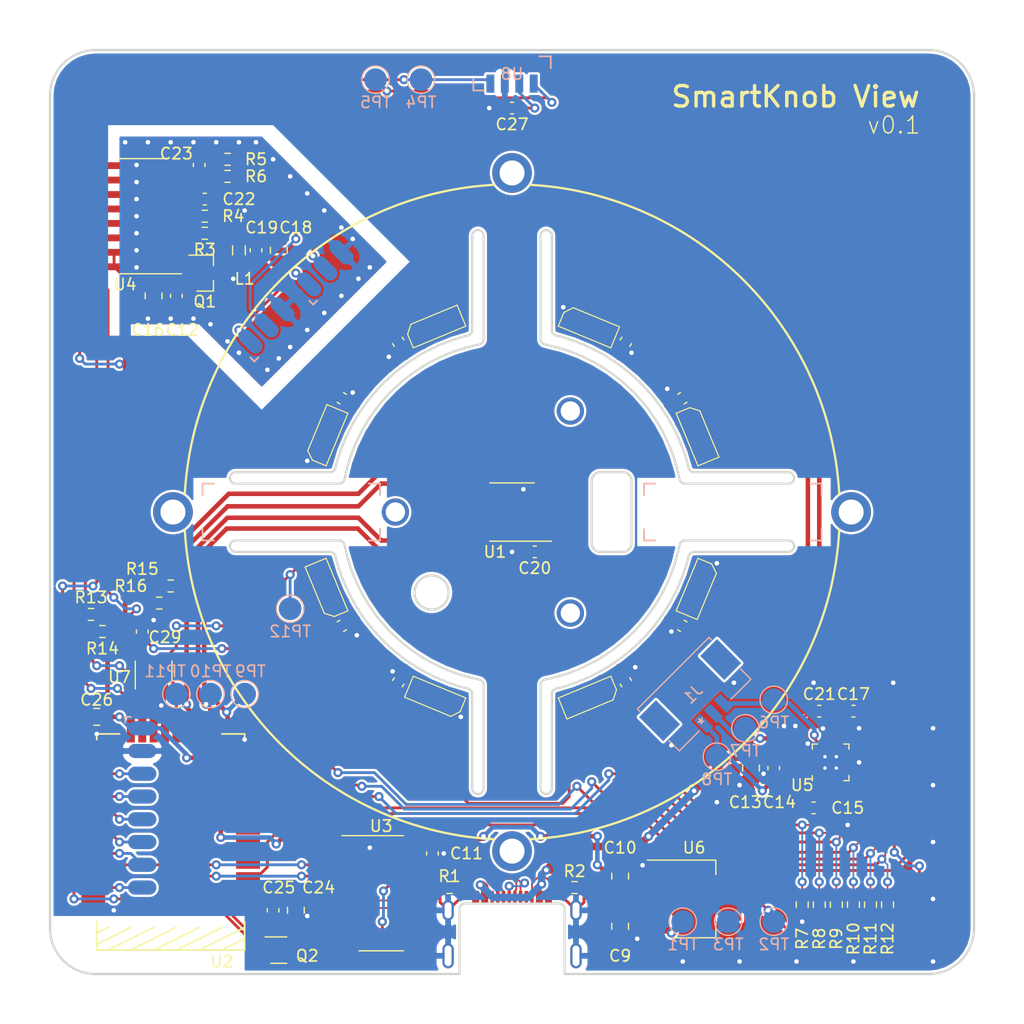
<source format=kicad_pcb>
(kicad_pcb (version 20171130) (host pcbnew 5.1.10-88a1d61d58~90~ubuntu20.04.1)
  (layers (0 F.Cu signal) (31 B.Cu signal) (34 B.Paste user) (35 F.Paste user) (36 B.SilkS user) (37 F.SilkS user) (38 B.Mask user) (39 F.Mask user) (44 Edge.Cuts user))
  (net 0 "")
  (net 1 GND)
  (net 2 +5V)
  (net 3 "Net-(D1-Pad3)")
  (net 4 "Net-(D2-Pad3)")
  (net 5 "Net-(D3-Pad3)")
  (net 6 "Net-(D4-Pad3)")
  (net 7 "Net-(D5-Pad3)")
  (net 8 "Net-(D6-Pad3)")
  (net 9 "Net-(D7-Pad3)")
  (net 10 /USB_CC1)
  (net 11 /USB_D-)
  (net 12 /USB_D+)
  (net 13 /USB_CC2)
  (net 14 +3V3)
  (net 15 "Net-(C15-Pad2)")
  (net 16 /STRAIN_E+)
  (net 17 "Net-(C21-Pad1)")
  (net 18 "Net-(C22-Pad2)")
  (net 19 "Net-(C23-Pad2)")
  (net 20 "Net-(C23-Pad1)")
  (net 21 "Net-(J1-Pad3)")
  (net 22 "Net-(J1-Pad2)")
  (net 23 "Net-(J1-Pad1)")
  (net 24 "Net-(L1-Pad1)")
  (net 25 "Net-(Q1-Pad1)")
  (net 26 "Net-(R3-Pad2)")
  (net 27 /STRAIN_S-)
  (net 28 /STRAIN_S+)
  (net 29 /RTS)
  (net 30 /DTR)
  (net 31 /ESP32_EN)
  (net 32 /ESP32_BOOT)
  (net 33 /USB_SERIAL_RXI)
  (net 34 /USB_SERIAL_TXO)
  (net 35 /LED_DATA_5V)
  (net 36 /LCD_CMD)
  (net 37 /LCD_CS)
  (net 38 /LCD_BACKLIGHT)
  (net 39 /LCD_DATA)
  (net 40 /LCD_SCK)
  (net 41 /LCD_RST)
  (net 42 /MAG_DO)
  (net 43 /MAG_CLK)
  (net 44 /MAG_CSN)
  (net 45 /STRAIN_DO)
  (net 46 /STRAIN_SCK)
  (net 47 /TMC_UH)
  (net 48 /TMC_VH)
  (net 49 /TMC_WH)
  (net 50 /TMC_UL)
  (net 51 /TMC_WL)
  (net 52 /TMC_VL)
  (net 53 /TMC_DIAG)
  (net 54 /LED_DATA_3V3)
  (net 55 /SDA)
  (net 56 /SCL)
  (module GCT_USB:USB4510 (layer F.Cu) (at 0 40.6)
    (fp_text reference J2)
    (fp_text value USB_C_Receptacle_USB2.0)
    (fp_arc (start 4.12 -5.7) (end 4.62 -5.7) (angle -90) (layer Edge.Cuts) (width 0.2))
    (fp_arc (start -4.12 -5.7) (end -4.12 -6.2) (angle -90) (layer Edge.Cuts) (width 0.2))
    (fp_line (start 4.62 0) (end 4.62 -5.7) (layer Edge.Cuts) (width 0.2))
    (fp_line (start -4.12 -6.2) (end 4.12 -6.2) (layer Edge.Cuts) (width 0.2))
    (fp_line (start -4.62 0) (end -4.62 -5.7) (layer Edge.Cuts) (width 0.2))
    (pad A12 smd rect (at 3.2 -6.75) (size 0.6 1.1) (layers F.Cu F.Paste F.Mask) (net 1 GND))
    (pad B1 smd rect (at 3.2 -6.75) (size 0.6 1.1) (layers F.Cu F.Paste F.Mask) (net 1 GND))
    (pad B4 smd rect (at 2.4 -6.75) (size 0.6 1.1) (layers F.Cu F.Paste F.Mask) (net 2 +5V))
    (pad A9 smd rect (at 2.4 -6.75) (size 0.6 1.1) (layers F.Cu F.Paste F.Mask) (net 2 +5V))
    (pad B5 smd rect (at 1.75 -6.75) (size 0.3 1.1) (layers F.Cu F.Paste F.Mask) (net 13 /USB_CC2))
    (pad A8 smd rect (at 1.25 -6.75) (size 0.3 1.1) (layers F.Cu F.Paste F.Mask))
    (pad B6 smd rect (at 0.75 -6.75) (size 0.3 1.1) (layers F.Cu F.Paste F.Mask) (net 12 /USB_D+))
    (pad A7 smd rect (at 0.25 -6.75) (size 0.3 1.1) (layers F.Cu F.Paste F.Mask) (net 11 /USB_D-))
    (pad A6 smd rect (at -0.25 -6.75) (size 0.3 1.1) (layers F.Cu F.Paste F.Mask) (net 12 /USB_D+))
    (pad B7 smd rect (at -0.75 -6.75) (size 0.3 1.1) (layers F.Cu F.Paste F.Mask) (net 11 /USB_D-))
    (pad A5 smd rect (at -1.25 -6.75) (size 0.3 1.1) (layers F.Cu F.Paste F.Mask) (net 10 /USB_CC1))
    (pad B8 smd rect (at -1.75 -6.75) (size 0.3 1.1) (layers F.Cu F.Paste F.Mask))
    (pad B9 smd rect (at -2.4 -6.75) (size 0.6 1.1) (layers F.Cu F.Paste F.Mask) (net 2 +5V))
    (pad B12 smd rect (at -3.2 -6.75) (size 0.6 1.1) (layers F.Cu F.Paste F.Mask) (net 1 GND))
    (pad A4 smd rect (at -2.4 -6.75) (size 0.6 1.1) (layers F.Cu F.Paste F.Mask) (net 2 +5V))
    (pad A1 smd rect (at -3.2 -6.75) (size 0.6 1.1) (layers F.Cu F.Paste F.Mask) (net 1 GND))
    (pad S1 thru_hole oval (at -5.62 -5.6) (size 1 1.8) (drill oval 0.6 1.4) (layers *.Cu *.Mask) (net 1 GND))
    (pad S1 thru_hole oval (at 5.62 -1.6) (size 1 2.2) (drill oval 0.6 1.8) (layers *.Cu *.Mask) (net 1 GND))
    (pad S1 thru_hole oval (at -5.62 -1.6) (size 1 2.2) (drill oval 0.6 1.8) (layers *.Cu *.Mask) (net 1 GND))
    (pad S1 thru_hole oval (at 5.62 -5.6) (size 1 1.8) (drill oval 0.6 1.4) (layers *.Cu *.Mask) (net 1 GND))
  )
  (module Modified:QFN-20-1EP_3x3mm_P0.4mm_EP1.65x1.65mm_ThermalVias_LargerViaHoles (layer F.Cu) (at 28 22 90)
    (fp_text reference U5 (at -2 -2.5 180) (layer F.SilkS))
    (fp_text value TMC6300)
    (pad PAD thru_hole circle (at -0.5 0.5 90) (size 0.6 0.6) (drill 0.3) (layers *.Cu) (net 1 GND))
    (pad PAD thru_hole circle (at 0.5 0.5 90) (size 0.6 0.6) (drill 0.3) (layers *.Cu) (net 1 GND))
    (pad PAD thru_hole circle (at 0.5 -0.5 90) (size 0.6 0.6) (drill 0.3) (layers *.Cu) (net 1 GND))
    (pad 1 smd roundrect (at -1.45 -0.8 90) (size 0.7 0.2) (layers F.Cu F.Paste F.Mask) (net 23 "Net-(J1-Pad1)"))
    (pad 2 smd roundrect (at -1.45 -0.4 90) (size 0.7 0.2) (layers F.Cu F.Paste F.Mask) (net 15 "Net-(C15-Pad2)"))
    (pad 3 smd roundrect (at -1.45 0 90) (size 0.7 0.2) (layers F.Cu F.Paste F.Mask) (net 47 /TMC_UH))
    (pad 4 smd roundrect (at -1.45 0.4 90) (size 0.7 0.2) (layers F.Cu F.Paste F.Mask) (net 48 /TMC_VH))
    (pad 5 smd roundrect (at -1.45 0.8 90) (size 0.7 0.2) (layers F.Cu F.Paste F.Mask) (net 49 /TMC_WH))
    (pad 6 smd roundrect (at -0.8 1.45 90) (size 0.2 0.7) (layers F.Cu F.Paste F.Mask) (net 50 /TMC_UL))
    (pad 7 smd roundrect (at -0.4 1.45 90) (size 0.2 0.7) (layers F.Cu F.Paste F.Mask) (net 51 /TMC_WL))
    (pad 8 smd roundrect (at 0 1.45 90) (size 0.2 0.7) (layers F.Cu F.Paste F.Mask) (net 1 GND))
    (pad 9 smd roundrect (at 0.4 1.45 90) (size 0.2 0.7) (layers F.Cu F.Paste F.Mask) (net 1 GND))
    (pad 10 smd roundrect (at 0.8 1.45 90) (size 0.2 0.7) (layers F.Cu F.Paste F.Mask) (net 52 /TMC_VL))
    (pad 11 smd roundrect (at 1.45 0.8 90) (size 0.7 0.2) (layers F.Cu F.Paste F.Mask) (net 14 +3V3))
    (pad 12 smd roundrect (at 1.45 0.4 90) (size 0.7 0.2) (layers F.Cu F.Paste F.Mask) (net 53 /TMC_DIAG))
    (pad 13 smd roundrect (at 1.45 0 90) (size 0.7 0.2) (layers F.Cu F.Paste F.Mask) (net 17 "Net-(C21-Pad1)"))
    (pad 14 smd roundrect (at 1.45 -0.4 90) (size 0.7 0.2) (layers F.Cu F.Paste F.Mask) (net 1 GND))
    (pad 15 smd roundrect (at 1.45 -0.8 90) (size 0.7 0.2) (layers F.Cu F.Paste F.Mask) (net 21 "Net-(J1-Pad3)"))
    (pad 16 smd roundrect (at 0.8 -1.45 90) (size 0.2 0.7) (layers F.Cu F.Paste F.Mask) (net 1 GND))
    (pad 17 smd roundrect (at 0.4 -1.45 90) (size 0.2 0.7) (layers F.Cu F.Paste F.Mask) (net 22 "Net-(J1-Pad2)"))
    (pad 18 smd roundrect (at 0 -1.45 90) (size 0.2 0.7) (layers F.Cu F.Paste F.Mask) (net 2 +5V))
    (pad 19 smd roundrect (at -0.4 -1.45 90) (size 0.2 0.7) (layers F.Cu F.Paste F.Mask))
    (pad 20 smd roundrect (at -0.8 -1.45 90) (size 0.2 0.7) (layers F.Cu F.Paste F.Mask) (net 1 GND))
    (pad PAD smd rect (at 0 0 90) (size 1.5 1.5) (layers F.Cu F.Mask) (net 1 GND))
    (pad PAD thru_hole circle (at -0.5 -0.5 90) (size 0.6 0.6) (drill 0.3) (layers *.Cu) (net 1 GND))
    (pad PAD smd rect (at 0 0 90) (size 1.65 1.65) (layers B.Cu) (net 1 GND))
  )
  (module Molex:532610371 (layer B.Cu) (at 16.816 18.584 45)
    (fp_text reference J1 (at 1.179454 -2.474874 45) (layer B.SilkS) (effects (justify mirror)))
    (fp_text value BLDC hide)
    (fp_text user * (at 0 0 45) (layer B.SilkS) (effects (justify mirror)))
    (pad "" smd rect (at 5.05 -2.899999 45) (size 2.1 2.999999) (layers B.Cu B.Paste B.Mask))
    (pad "" smd rect (at -2.55 -2.899999 45) (size 2.1 2.999999) (layers B.Cu B.Paste B.Mask))
    (pad 3 smd rect (at 2.5 0 45) (size 0.8 1.6) (layers B.Cu B.Paste B.Mask) (net 21 "Net-(J1-Pad3)"))
    (pad 2 smd rect (at 1.25 0 45) (size 0.8 1.6) (layers B.Cu B.Paste B.Mask) (net 22 "Net-(J1-Pad2)"))
    (pad 1 smd rect (at 0 0 45) (size 0.8 1.6) (layers B.Cu B.Paste B.Mask) (net 23 "Net-(J1-Pad1)"))
  )
  (module Resistor_SMD:R_0603_1608Metric (layer F.Cu) (at -30 6.5 180)
    (fp_text reference R16 (at 3.5 0) (layer F.SilkS))
    (fp_text value 2.2k)
    (pad 2 smd roundrect (at 0.825 0 180) (size 0.8 0.95) (layers F.Cu F.Paste F.Mask) (net 14 +3V3))
    (pad 1 smd roundrect (at -0.825 0 180) (size 0.8 0.95) (layers F.Cu F.Paste F.Mask) (net 43 /MAG_CLK))
  )
  (module Resistor_SMD:R_0603_1608Metric (layer F.Cu) (at -31 8)
    (fp_text reference R15 (at -1.5 -3) (layer F.SilkS))
    (fp_text value 2.2k)
    (pad 2 smd roundrect (at 0.825 0) (size 0.8 0.95) (layers F.Cu F.Paste F.Mask) (net 42 /MAG_DO))
    (pad 1 smd roundrect (at -0.825 0) (size 0.8 0.95) (layers F.Cu F.Paste F.Mask) (net 14 +3V3))
  )
  (module sk6812:SK6812-SIDE-A (layer F.Cu) (at -15.248051 -8.264664 247.5)
    (fp_text reference D8 hide)
    (fp_text value SK6812SIDE-A)
    (pad 4 smd custom (at 3.6 0 247.5) (size 1 0.55) (layers F.Cu F.Paste F.Mask) (net 1 GND) (options (clearance outline) (anchor rect)) (primitives (gr_poly (pts (xy 0.05 -0.525) (xy -0.5 -0.525) (xy -0.5 0.675) (xy 0.05 0.675)) (width 0))))
    (pad 3 smd rect (at 2.375 0 247.5) (size 0.45 1.2) (drill (offset 0 0.075)) (layers F.Cu F.Paste F.Mask))
    (pad 2 smd rect (at 1.35 0 247.5) (size 0.7 1.2) (drill (offset 0 0.075)) (layers F.Cu F.Paste F.Mask) (net 2 +5V))
    (pad 1 smd custom (at 0 0 247.5) (size 1 0.55) (layers F.Cu F.Paste F.Mask) (net 9 "Net-(D7-Pad3)") (options (clearance outline) (anchor rect)) (primitives (gr_poly (pts (xy -0.05 -0.525) (xy 0.5 -0.525) (xy 0.5 0.675) (xy -0.05 0.675)) (width 0))))
  )
  (module sk6812:SK6812-SIDE-A (layer F.Cu) (at -4.938 -16.626 202.5)
    (fp_text reference D7 hide)
    (fp_text value SK6812SIDE-A)
    (pad 4 smd custom (at 3.6 0 202.5) (size 1 0.55) (layers F.Cu F.Paste F.Mask) (net 1 GND) (options (clearance outline) (anchor rect)) (primitives (gr_poly (pts (xy 0.05 -0.525) (xy -0.5 -0.525) (xy -0.5 0.675) (xy 0.05 0.675)) (width 0))))
    (pad 3 smd rect (at 2.375 0 202.5) (size 0.45 1.2) (drill (offset 0 0.075)) (layers F.Cu F.Paste F.Mask) (net 9 "Net-(D7-Pad3)"))
    (pad 2 smd rect (at 1.35 0 202.5) (size 0.7 1.2) (drill (offset 0 0.075)) (layers F.Cu F.Paste F.Mask) (net 2 +5V))
    (pad 1 smd custom (at 0 0 202.5) (size 1 0.55) (layers F.Cu F.Paste F.Mask) (net 8 "Net-(D6-Pad3)") (options (clearance outline) (anchor rect)) (primitives (gr_poly (pts (xy -0.05 -0.525) (xy 0.5 -0.525) (xy 0.5 0.675) (xy -0.05 0.675)) (width 0))))
  )
  (module sk6812:SK6812-SIDE-A (layer F.Cu) (at 8.264664 -15.248051 157.5)
    (fp_text reference D6 hide)
    (fp_text value SK6812SIDE-A)
    (pad 4 smd custom (at 3.6 0 157.5) (size 1 0.55) (layers F.Cu F.Paste F.Mask) (net 1 GND) (options (clearance outline) (anchor rect)) (primitives (gr_poly (pts (xy 0.05 -0.525) (xy -0.5 -0.525) (xy -0.5 0.675) (xy 0.05 0.675)) (width 0))))
    (pad 3 smd rect (at 2.375 0 157.5) (size 0.45 1.2) (drill (offset 0 0.075)) (layers F.Cu F.Paste F.Mask) (net 8 "Net-(D6-Pad3)"))
    (pad 2 smd rect (at 1.35 0 157.5) (size 0.7 1.2) (drill (offset 0 0.075)) (layers F.Cu F.Paste F.Mask) (net 2 +5V))
    (pad 1 smd custom (at 0 0 157.5) (size 1 0.55) (layers F.Cu F.Paste F.Mask) (net 7 "Net-(D5-Pad3)") (options (clearance outline) (anchor rect)) (primitives (gr_poly (pts (xy -0.05 -0.525) (xy 0.5 -0.525) (xy 0.5 0.675) (xy -0.05 0.675)) (width 0))))
  )
  (module sk6812:SK6812-SIDE-A (layer F.Cu) (at 16.626 -4.938 112.5)
    (fp_text reference D5 hide)
    (fp_text value SK6812SIDE-A)
    (pad 4 smd custom (at 3.6 0 112.5) (size 1 0.55) (layers F.Cu F.Paste F.Mask) (net 1 GND) (options (clearance outline) (anchor rect)) (primitives (gr_poly (pts (xy 0.05 -0.525) (xy -0.5 -0.525) (xy -0.5 0.675) (xy 0.05 0.675)) (width 0))))
    (pad 3 smd rect (at 2.375 0 112.5) (size 0.45 1.2) (drill (offset 0 0.075)) (layers F.Cu F.Paste F.Mask) (net 7 "Net-(D5-Pad3)"))
    (pad 2 smd rect (at 1.35 0 112.5) (size 0.7 1.2) (drill (offset 0 0.075)) (layers F.Cu F.Paste F.Mask) (net 2 +5V))
    (pad 1 smd custom (at 0 0 112.5) (size 1 0.55) (layers F.Cu F.Paste F.Mask) (net 6 "Net-(D4-Pad3)") (options (clearance outline) (anchor rect)) (primitives (gr_poly (pts (xy -0.05 -0.525) (xy 0.5 -0.525) (xy 0.5 0.675) (xy -0.05 0.675)) (width 0))))
  )
  (module sk6812:SK6812-SIDE-A (layer F.Cu) (at 15.248051 8.264664 67.5)
    (fp_text reference D4 hide)
    (fp_text value SK6812SIDE-A)
    (pad 4 smd custom (at 3.6 0 67.5) (size 1 0.55) (layers F.Cu F.Paste F.Mask) (net 1 GND) (options (clearance outline) (anchor rect)) (primitives (gr_poly (pts (xy 0.05 -0.525) (xy -0.5 -0.525) (xy -0.5 0.675) (xy 0.05 0.675)) (width 0))))
    (pad 3 smd rect (at 2.375 0 67.5) (size 0.45 1.2) (drill (offset 0 0.075)) (layers F.Cu F.Paste F.Mask) (net 6 "Net-(D4-Pad3)"))
    (pad 2 smd rect (at 1.35 0 67.5) (size 0.7 1.2) (drill (offset 0 0.075)) (layers F.Cu F.Paste F.Mask) (net 2 +5V))
    (pad 1 smd custom (at 0 0 67.5) (size 1 0.55) (layers F.Cu F.Paste F.Mask) (net 5 "Net-(D3-Pad3)") (options (clearance outline) (anchor rect)) (primitives (gr_poly (pts (xy -0.05 -0.525) (xy 0.5 -0.525) (xy 0.5 0.675) (xy -0.05 0.675)) (width 0))))
  )
  (module sk6812:SK6812-SIDE-A (layer F.Cu) (at 4.938 16.626 22.5)
    (fp_text reference D3 hide)
    (fp_text value SK6812SIDE-A)
    (pad 4 smd custom (at 3.6 0 22.5) (size 1 0.55) (layers F.Cu F.Paste F.Mask) (net 1 GND) (options (clearance outline) (anchor rect)) (primitives (gr_poly (pts (xy 0.05 -0.525) (xy -0.5 -0.525) (xy -0.5 0.675) (xy 0.05 0.675)) (width 0))))
    (pad 3 smd rect (at 2.375 0 22.5) (size 0.45 1.2) (drill (offset 0 0.075)) (layers F.Cu F.Paste F.Mask) (net 5 "Net-(D3-Pad3)"))
    (pad 2 smd rect (at 1.35 0 22.5) (size 0.7 1.2) (drill (offset 0 0.075)) (layers F.Cu F.Paste F.Mask) (net 2 +5V))
    (pad 1 smd custom (at 0 0 22.5) (size 1 0.55) (layers F.Cu F.Paste F.Mask) (net 4 "Net-(D2-Pad3)") (options (clearance outline) (anchor rect)) (primitives (gr_poly (pts (xy -0.05 -0.525) (xy 0.5 -0.525) (xy 0.5 0.675) (xy -0.05 0.675)) (width 0))))
  )
  (module sk6812:SK6812-SIDE-A (layer F.Cu) (at -8.264664 15.248051 337.5)
    (fp_text reference D2 hide)
    (fp_text value SK6812SIDE-A)
    (pad 4 smd custom (at 3.6 0 337.5) (size 1 0.55) (layers F.Cu F.Paste F.Mask) (net 1 GND) (options (clearance outline) (anchor rect)) (primitives (gr_poly (pts (xy 0.05 -0.525) (xy -0.5 -0.525) (xy -0.5 0.675) (xy 0.05 0.675)) (width 0))))
    (pad 3 smd rect (at 2.375 0 337.5) (size 0.45 1.2) (drill (offset 0 0.075)) (layers F.Cu F.Paste F.Mask) (net 4 "Net-(D2-Pad3)"))
    (pad 2 smd rect (at 1.35 0 337.5) (size 0.7 1.2) (drill (offset 0 0.075)) (layers F.Cu F.Paste F.Mask) (net 2 +5V))
    (pad 1 smd custom (at 0 0 337.5) (size 1 0.55) (layers F.Cu F.Paste F.Mask) (net 3 "Net-(D1-Pad3)") (options (clearance outline) (anchor rect)) (primitives (gr_poly (pts (xy -0.05 -0.525) (xy 0.5 -0.525) (xy 0.5 0.675) (xy -0.05 0.675)) (width 0))))
  )
  (module sk6812:SK6812-SIDE-A (layer F.Cu) (at -16.626 4.938 292.5)
    (fp_text reference D1 hide)
    (fp_text value SK6812SIDE-A)
    (pad 4 smd custom (at 3.6 0 292.5) (size 1 0.55) (layers F.Cu F.Paste F.Mask) (net 1 GND) (options (clearance outline) (anchor rect)) (primitives (gr_poly (pts (xy 0.05 -0.525) (xy -0.5 -0.525) (xy -0.5 0.675) (xy 0.05 0.675)) (width 0))))
    (pad 3 smd rect (at 2.375 0 292.5) (size 0.45 1.2) (drill (offset 0 0.075)) (layers F.Cu F.Paste F.Mask) (net 3 "Net-(D1-Pad3)"))
    (pad 2 smd rect (at 1.35 0 292.5) (size 0.7 1.2) (drill (offset 0 0.075)) (layers F.Cu F.Paste F.Mask) (net 2 +5V))
    (pad 1 smd custom (at 0 0 292.5) (size 1 0.55) (layers F.Cu F.Paste F.Mask) (net 35 /LED_DATA_5V) (options (clearance outline) (anchor rect)) (primitives (gr_poly (pts (xy -0.05 -0.525) (xy 0.5 -0.525) (xy 0.5 0.675) (xy -0.05 0.675)) (width 0))))
  )
  (module Capacitor_SMD:C_0603_1608Metric (layer F.Cu) (at 0 -35.5 180)
    (fp_text reference C27 (at 0 -1.43) (layer F.SilkS))
    (fp_text value 0.1uF)
    (pad 2 smd roundrect (at 0.775 0 180) (size 0.9 0.95) (layers F.Cu F.Paste F.Mask) (net 1 GND))
    (pad 1 smd roundrect (at -0.775 0 180) (size 0.9 0.95) (layers F.Cu F.Paste F.Mask) (net 14 +3V3))
  )
  (module view_custom:ViewKeepouts3d (layer F.Cu) (at 0 0)
    (fp_text reference Z5 hide)
    (fp_text value dummy_keepouts)
  )
  (module VEML7700:VEML7700-TOP (layer B.Cu) (at 0 -39 180)
    (fp_text reference U8 (at 0 -0.5) (layer B.SilkS) (effects (justify mirror)))
    (fp_text value VEML7700)
    (pad 4 smd rect (at 1.905 -1.35 180) (size 0.7 1.6) (layers B.Cu B.Paste B.Mask) (net 55 /SDA))
    (pad 3 smd rect (at 0.635 -1.35 180) (size 0.7 1.6) (layers B.Cu B.Paste B.Mask) (net 1 GND))
    (pad 2 smd rect (at -0.635 -1.35 180) (size 0.7 1.6) (layers B.Cu B.Paste B.Mask) (net 14 +3V3))
    (pad 1 smd rect (at -1.905 -1.35 180) (size 0.7 1.6) (layers B.Cu B.Paste B.Mask) (net 56 /SCL))
  )
  (module TestPoint:TestPoint_Pad_D2.0mm (layer B.Cu) (at -19.5 8.5)
    (fp_text reference TP12 (at 0 1.998) (layer B.SilkS) (effects (justify mirror)))
    (fp_text value LED)
    (pad 1 smd circle (at 0 0) (size 2 2) (layers B.Cu B.Mask) (net 35 /LED_DATA_5V))
  )
  (module TestPoint:TestPoint_Pad_D2.0mm (layer B.Cu) (at -29.5 16)
    (fp_text reference TP11 (at -1 -2) (layer B.SilkS) (effects (justify mirror)))
    (fp_text value DO)
    (pad 1 smd circle (at 0 0) (size 2 2) (layers B.Cu B.Mask) (net 42 /MAG_DO))
  )
  (module TestPoint:TestPoint_Pad_D2.0mm (layer B.Cu) (at -26.5 16)
    (fp_text reference TP10 (at 0 -2) (layer B.SilkS) (effects (justify mirror)))
    (fp_text value CLK)
    (pad 1 smd circle (at 0 0) (size 2 2) (layers B.Cu B.Mask) (net 43 /MAG_CLK))
  )
  (module TestPoint:TestPoint_Pad_D2.0mm (layer B.Cu) (at -23.5 16)
    (fp_text reference TP9 (at 0.5 -2) (layer B.SilkS) (effects (justify mirror)))
    (fp_text value CSN)
    (pad 1 smd circle (at 0 0) (size 2 2) (layers B.Cu B.Mask) (net 44 /MAG_CSN))
  )
  (module TestPoint:TestPoint_Pad_D2.0mm (layer B.Cu) (at 18 21.5)
    (fp_text reference TP8 (at 0 1.998) (layer B.SilkS) (effects (justify mirror)))
    (fp_text value W)
    (pad 1 smd circle (at 0 0) (size 2 2) (layers B.Cu B.Mask) (net 23 "Net-(J1-Pad1)"))
  )
  (module TestPoint:TestPoint_Pad_D2.0mm (layer B.Cu) (at 20.5 19)
    (fp_text reference TP7 (at 0 1.998) (layer B.SilkS) (effects (justify mirror)))
    (fp_text value V)
    (pad 1 smd circle (at 0 0) (size 2 2) (layers B.Cu B.Mask) (net 22 "Net-(J1-Pad2)"))
  )
  (module TestPoint:TestPoint_Pad_D2.0mm (layer B.Cu) (at 23 16.5)
    (fp_text reference TP6 (at 0 1.998) (layer B.SilkS) (effects (justify mirror)))
    (fp_text value U)
    (pad 1 smd circle (at 0 0) (size 2 2) (layers B.Cu B.Mask) (net 21 "Net-(J1-Pad3)"))
  )
  (module TestPoint:TestPoint_Pad_D2.0mm (layer B.Cu) (at -12 -38)
    (fp_text reference TP5 (at 0 1.998) (layer B.SilkS) (effects (justify mirror)))
    (fp_text value SCL)
    (pad 1 smd circle (at 0 0) (size 2 2) (layers B.Cu B.Mask) (net 56 /SCL))
  )
  (module TestPoint:TestPoint_Pad_D2.0mm (layer B.Cu) (at -8 -38)
    (fp_text reference TP4 (at 0 1.998) (layer B.SilkS) (effects (justify mirror)))
    (fp_text value SDA)
    (pad 1 smd circle (at 0 0) (size 2 2) (layers B.Cu B.Mask) (net 55 /SDA))
  )
  (module TestPoint:TestPoint_Pad_D2.0mm (layer B.Cu) (at 19 36)
    (fp_text reference TP3 (at 0 1.998) (layer B.SilkS) (effects (justify mirror)))
    (fp_text value GND)
    (pad 1 smd circle (at 0 0) (size 2 2) (layers B.Cu B.Mask) (net 1 GND))
  )
  (module TestPoint:TestPoint_Pad_D2.0mm (layer B.Cu) (at 23 36)
    (fp_text reference TP2 (at 0 1.998) (layer B.SilkS) (effects (justify mirror)))
    (fp_text value 3.3v)
    (pad 1 smd circle (at 0 0) (size 2 2) (layers B.Cu B.Mask) (net 14 +3V3))
  )
  (module TestPoint:TestPoint_Pad_D2.0mm (layer B.Cu) (at 15 36)
    (fp_text reference TP1 (at 0 1.998) (layer B.SilkS) (effects (justify mirror)))
    (fp_text value 5V)
    (pad 1 smd circle (at 0 0) (size 2 2) (layers B.Cu B.Mask) (net 2 +5V))
  )
  (module view_custom:SolderPads_2mm_3 (layer B.Cu) (at -23 -15 45)
    (fp_text reference J5 hide)
    (fp_text value Strain)
    (pad 3 smd oval (at 4 0 45) (size 1.25 2.5) (layers B.Cu B.Mask) (net 1 GND))
    (pad 2 smd oval (at 2 0 45) (size 1.25 2.5) (layers B.Cu B.Mask) (net 27 /STRAIN_S-))
    (pad 1 smd oval (at 0 0 45) (size 1.25 2.5) (layers B.Cu B.Mask) (net 16 /STRAIN_E+))
  )
  (module view_custom:SolderPads_2mm_3 (layer B.Cu) (at -17.828427 -20 45)
    (fp_text reference J4 hide)
    (fp_text value Strain)
    (pad 3 smd oval (at 4 0 45) (size 1.25 2.5) (layers B.Cu B.Mask) (net 1 GND))
    (pad 2 smd oval (at 2 0 45) (size 1.25 2.5) (layers B.Cu B.Mask) (net 28 /STRAIN_S+))
    (pad 1 smd oval (at 0 0 45) (size 1.25 2.5) (layers B.Cu B.Mask) (net 16 /STRAIN_E+))
  )
  (module view_custom:SolderPads_2mm_8 (layer B.Cu) (at -32.5 19 270)
    (fp_text reference J3 hide)
    (fp_text value LCD)
    (pad 8 smd oval (at 14 0 270) (size 1.25 2.5) (layers B.Cu B.Mask) (net 36 /LCD_CMD))
    (pad 7 smd oval (at 12 0 270) (size 1.25 2.5) (layers B.Cu B.Mask) (net 37 /LCD_CS))
    (pad 6 smd oval (at 10 0 270) (size 1.25 2.5) (layers B.Cu B.Mask) (net 38 /LCD_BACKLIGHT))
    (pad 5 smd oval (at 8 0 270) (size 1.25 2.5) (layers B.Cu B.Mask) (net 39 /LCD_DATA))
    (pad 4 smd oval (at 6 0 270) (size 1.25 2.5) (layers B.Cu B.Mask) (net 40 /LCD_SCK))
    (pad 3 smd oval (at 4 0 270) (size 1.25 2.5) (layers B.Cu B.Mask) (net 41 /LCD_RST))
    (pad 2 smd oval (at 2 0 270) (size 1.25 2.5) (layers B.Cu B.Mask) (net 1 GND))
    (pad 1 smd oval (at 0 0 270) (size 1.25 2.5) (layers B.Cu B.Mask) (net 14 +3V3))
  )
  (module Resistor_SMD:R_0603_1608Metric (layer F.Cu) (at -36 10.5 180)
    (fp_text reference R14 (at 0 -1.5) (layer F.SilkS))
    (fp_text value 2.2k)
    (pad 2 smd roundrect (at 0.825 0 180) (size 0.8 0.95) (layers F.Cu F.Paste F.Mask) (net 56 /SCL))
    (pad 1 smd roundrect (at -0.825 0 180) (size 0.8 0.95) (layers F.Cu F.Paste F.Mask) (net 14 +3V3))
  )
  (module Resistor_SMD:R_0603_1608Metric (layer F.Cu) (at -37 9 180)
    (fp_text reference R13 (at 0 1.5) (layer F.SilkS))
    (fp_text value 2.2k)
    (pad 2 smd roundrect (at 0.825 0 180) (size 0.8 0.95) (layers F.Cu F.Paste F.Mask) (net 55 /SDA))
    (pad 1 smd roundrect (at -0.825 0 180) (size 0.8 0.95) (layers F.Cu F.Paste F.Mask) (net 14 +3V3))
  )
  (module Capacitor_SMD:C_0603_1608Metric (layer F.Cu) (at -14.967 -10 326.2)
    (fp_text reference C8 hide)
    (fp_text value 0.1uF)
    (pad 1 smd roundrect (at -0.775 0 326.2) (size 0.9 0.95) (layers F.Cu F.Paste F.Mask) (net 2 +5V))
    (pad 2 smd roundrect (at 0.775 0 326.2) (size 0.9 0.95) (layers F.Cu F.Paste F.Mask) (net 1 GND))
  )
  (module Capacitor_SMD:C_0603_1608Metric (layer F.Cu) (at -10 -14.967 303.7)
    (fp_text reference C7 hide)
    (fp_text value 0.1uF)
    (pad 1 smd roundrect (at -0.775 0 303.7) (size 0.9 0.95) (layers F.Cu F.Paste F.Mask) (net 2 +5V))
    (pad 2 smd roundrect (at 0.775 0 303.7) (size 0.9 0.95) (layers F.Cu F.Paste F.Mask) (net 1 GND))
  )
  (module Capacitor_SMD:C_0603_1608Metric (layer F.Cu) (at 10 -14.967 236.2)
    (fp_text reference C6 hide)
    (fp_text value 0.1uF)
    (pad 1 smd roundrect (at -0.775 0 236.2) (size 0.9 0.95) (layers F.Cu F.Paste F.Mask) (net 2 +5V))
    (pad 2 smd roundrect (at 0.775 0 236.2) (size 0.9 0.95) (layers F.Cu F.Paste F.Mask) (net 1 GND))
  )
  (module Capacitor_SMD:C_0603_1608Metric (layer F.Cu) (at 14.967 -10 213.7)
    (fp_text reference C5 hide)
    (fp_text value 0.1uF)
    (pad 1 smd roundrect (at -0.775 0 213.7) (size 0.9 0.95) (layers F.Cu F.Paste F.Mask) (net 2 +5V))
    (pad 2 smd roundrect (at 0.775 0 213.7) (size 0.9 0.95) (layers F.Cu F.Paste F.Mask) (net 1 GND))
  )
  (module Capacitor_SMD:C_0603_1608Metric (layer F.Cu) (at 14.967 10 146.2)
    (fp_text reference C4 hide)
    (fp_text value 0.1uF)
    (pad 1 smd roundrect (at -0.775 0 146.2) (size 0.9 0.95) (layers F.Cu F.Paste F.Mask) (net 2 +5V))
    (pad 2 smd roundrect (at 0.775 0 146.2) (size 0.9 0.95) (layers F.Cu F.Paste F.Mask) (net 1 GND))
  )
  (module Capacitor_SMD:C_0603_1608Metric (layer F.Cu) (at 10 14.967 123.7)
    (fp_text reference C3 hide)
    (fp_text value 0.1uF)
    (pad 1 smd roundrect (at -0.775 0 123.7) (size 0.9 0.95) (layers F.Cu F.Paste F.Mask) (net 2 +5V))
    (pad 2 smd roundrect (at 0.775 0 123.7) (size 0.9 0.95) (layers F.Cu F.Paste F.Mask) (net 1 GND))
  )
  (module Resistor_SMD:R_0603_1608Metric (layer F.Cu) (at 33 34.5 270)
    (fp_text reference R12 (at 3 0 90) (layer F.SilkS))
    (fp_text value 10k)
    (pad 2 smd roundrect (at 0.825 0 270) (size 0.8 0.95) (layers F.Cu F.Paste F.Mask) (net 1 GND))
    (pad 1 smd roundrect (at -0.825 0 270) (size 0.8 0.95) (layers F.Cu F.Paste F.Mask) (net 52 /TMC_VL))
  )
  (module Resistor_SMD:R_0603_1608Metric (layer F.Cu) (at 31.5 34.5 270)
    (fp_text reference R11 (at 3 0 90) (layer F.SilkS))
    (fp_text value 10k)
    (pad 2 smd roundrect (at 0.825 0 270) (size 0.8 0.95) (layers F.Cu F.Paste F.Mask) (net 1 GND))
    (pad 1 smd roundrect (at -0.825 0 270) (size 0.8 0.95) (layers F.Cu F.Paste F.Mask) (net 51 /TMC_WL))
  )
  (module Resistor_SMD:R_0603_1608Metric (layer F.Cu) (at 30 34.5 270)
    (fp_text reference R10 (at 3 0 90) (layer F.SilkS))
    (fp_text value 10k)
    (pad 2 smd roundrect (at 0.825 0 270) (size 0.8 0.95) (layers F.Cu F.Paste F.Mask) (net 1 GND))
    (pad 1 smd roundrect (at -0.825 0 270) (size 0.8 0.95) (layers F.Cu F.Paste F.Mask) (net 50 /TMC_UL))
  )
  (module Resistor_SMD:R_0603_1608Metric (layer F.Cu) (at 28.5 34.5 270)
    (fp_text reference R9 (at 3 0 90) (layer F.SilkS))
    (fp_text value 10k)
    (pad 2 smd roundrect (at 0.825 0 270) (size 0.8 0.95) (layers F.Cu F.Paste F.Mask) (net 1 GND))
    (pad 1 smd roundrect (at -0.825 0 270) (size 0.8 0.95) (layers F.Cu F.Paste F.Mask) (net 49 /TMC_WH))
  )
  (module Resistor_SMD:R_0603_1608Metric (layer F.Cu) (at 27 34.5 270)
    (fp_text reference R8 (at 3 0 90) (layer F.SilkS))
    (fp_text value 10k)
    (pad 2 smd roundrect (at 0.825 0 270) (size 0.8 0.95) (layers F.Cu F.Paste F.Mask) (net 1 GND))
    (pad 1 smd roundrect (at -0.825 0 270) (size 0.8 0.95) (layers F.Cu F.Paste F.Mask) (net 48 /TMC_VH))
  )
  (module Resistor_SMD:R_0603_1608Metric (layer F.Cu) (at 25.5 34.5 270)
    (fp_text reference R7 (at 3 0 90) (layer F.SilkS))
    (fp_text value 10k)
    (pad 2 smd roundrect (at 0.825 0 270) (size 0.8 0.95) (layers F.Cu F.Paste F.Mask) (net 1 GND))
    (pad 1 smd roundrect (at -0.825 0 270) (size 0.8 0.95) (layers F.Cu F.Paste F.Mask) (net 47 /TMC_UH))
  )
  (module Capacitor_SMD:C_0603_1608Metric (layer F.Cu) (at -29.5 -19 270)
    (fp_text reference C12 (at 3 -0.5 180) (layer F.SilkS))
    (fp_text value 0.1uF)
    (pad 2 smd roundrect (at 0.775 0 270) (size 0.9 0.95) (layers F.Cu F.Paste F.Mask) (net 1 GND))
    (pad 1 smd roundrect (at -0.775 0 270) (size 0.9 0.95) (layers F.Cu F.Paste F.Mask) (net 14 +3V3))
  )
  (module Package_TO_SOT_SMD:SOT-23-5 (layer F.Cu) (at -31.5 14 90)
    (fp_text reference U7 (at -0.5 -3 180) (layer F.SilkS))
    (fp_text value SN74LV1T34DBV)
    (pad 5 smd rect (at 1.1 -0.95 90) (size 1.06 0.65) (layers F.Cu F.Paste F.Mask) (net 2 +5V))
    (pad 4 smd rect (at 1.1 0.95 90) (size 1.06 0.65) (layers F.Cu F.Paste F.Mask) (net 35 /LED_DATA_5V))
    (pad 3 smd rect (at -1.1 0.95 90) (size 1.06 0.65) (layers F.Cu F.Paste F.Mask) (net 1 GND))
    (pad 2 smd rect (at -1.1 0 90) (size 1.06 0.65) (layers F.Cu F.Paste F.Mask) (net 54 /LED_DATA_3V3))
    (pad 1 smd rect (at -1.1 -0.95 90) (size 1.06 0.65) (layers F.Cu F.Paste F.Mask))
  )
  (module Capacitor_SMD:C_0603_1608Metric (layer F.Cu) (at -32.5 10.5 90)
    (fp_text reference C29 (at -0.5 2 180) (layer F.SilkS))
    (fp_text value 0.1uF)
    (pad 2 smd roundrect (at 0.775 0 90) (size 0.9 0.95) (layers F.Cu F.Paste F.Mask) (net 1 GND))
    (pad 1 smd roundrect (at -0.775 0 90) (size 0.9 0.95) (layers F.Cu F.Paste F.Mask) (net 2 +5V))
  )
  (module strain:BF350-3AA (layer B.Cu) (at -23.2 0 270)
    (fp_text reference Z4)
    (fp_text value strain)
  )
  (module strain:BF350-3AA (layer B.Cu) (at -15.6 0 90)
    (fp_text reference Z3)
    (fp_text value strain)
  )
  (module strain:BF350-3AA (layer B.Cu) (at 23.2 0 90)
    (fp_text reference Z2)
    (fp_text value strain)
  )
  (module strain:BF350-3AA (layer B.Cu) (at 15.6 0 270)
    (fp_text reference Z1)
    (fp_text value strain)
  )
  (module Package_TO_SOT_SMD:SOT-363_SC-70-6 (layer F.Cu) (at -20.5 38.5)
    (fp_text reference Q2 (at 2.5 0.5) (layer F.SilkS))
    (fp_text value UMH3N)
    (pad 6 smd rect (at 0.95 -0.65) (size 0.65 0.4) (layers F.Cu F.Paste F.Mask) (net 31 /ESP32_EN))
    (pad 4 smd rect (at 0.95 0.65) (size 0.65 0.4) (layers F.Cu F.Paste F.Mask) (net 30 /DTR))
    (pad 2 smd rect (at -0.95 0) (size 0.65 0.4) (layers F.Cu F.Paste F.Mask) (net 30 /DTR))
    (pad 5 smd rect (at 0.95 0) (size 0.65 0.4) (layers F.Cu F.Paste F.Mask) (net 29 /RTS))
    (pad 3 smd rect (at -0.95 0.65) (size 0.65 0.4) (layers F.Cu F.Paste F.Mask) (net 32 /ESP32_BOOT))
    (pad 1 smd rect (at -0.95 -0.65) (size 0.65 0.4) (layers F.Cu F.Paste F.Mask) (net 29 /RTS))
  )
  (module Capacitor_SMD:C_0805_2012Metric (layer F.Cu) (at -36.5 18 180)
    (fp_text reference C26 (at 0 1.5) (layer F.SilkS))
    (fp_text value 10uF)
    (pad 2 smd roundrect (at 0.95 0 180) (size 1 1.45) (layers F.Cu F.Paste F.Mask) (net 1 GND))
    (pad 1 smd roundrect (at -0.95 0 180) (size 1 1.45) (layers F.Cu F.Paste F.Mask) (net 14 +3V3))
  )
  (module Capacitor_SMD:C_0603_1608Metric (layer F.Cu) (at -21 35 270)
    (fp_text reference C25 (at -2 -0.5 180) (layer F.SilkS))
    (fp_text value 0.1uF)
    (pad 2 smd roundrect (at 0.775 0 270) (size 0.9 0.95) (layers F.Cu F.Paste F.Mask) (net 1 GND))
    (pad 1 smd roundrect (at -0.775 0 270) (size 0.9 0.95) (layers F.Cu F.Paste F.Mask) (net 14 +3V3))
  )
  (module Capacitor_SMD:C_0805_2012Metric (layer F.Cu) (at -19 35 270)
    (fp_text reference C24 (at -2 -2 180) (layer F.SilkS))
    (fp_text value 10uF)
    (pad 2 smd roundrect (at 0.95 0 270) (size 1 1.45) (layers F.Cu F.Paste F.Mask) (net 1 GND))
    (pad 1 smd roundrect (at -0.95 0 270) (size 1 1.45) (layers F.Cu F.Paste F.Mask) (net 14 +3V3))
  )
  (module Package_TO_SOT_SMD:SOT-223-3_TabPin2 (layer F.Cu) (at 16 34)
    (fp_text reference U6 (at 0 -4.5) (layer F.SilkS))
    (fp_text value AP1117-33)
    (pad 1 smd rect (at -3.15 -2.3) (size 2 1.5) (layers F.Cu F.Paste F.Mask) (net 1 GND))
    (pad 3 smd rect (at -3.15 2.3) (size 2 1.5) (layers F.Cu F.Paste F.Mask) (net 2 +5V))
    (pad 2 smd rect (at -3.15 0) (size 2 1.5) (layers F.Cu F.Paste F.Mask) (net 14 +3V3))
    (pad 2 smd rect (at 3.15 0) (size 2 3.8) (layers F.Cu F.Paste F.Mask) (net 14 +3V3))
  )
  (module Resistor_SMD:R_0603_1608Metric (layer F.Cu) (at -25 -31 180)
    (fp_text reference R6 (at -2.5 -1.5) (layer F.SilkS))
    (fp_text value 100)
    (pad 2 smd roundrect (at 0.825 0 180) (size 0.8 0.95) (layers F.Cu F.Paste F.Mask) (net 20 "Net-(C23-Pad1)"))
    (pad 1 smd roundrect (at -0.825 0 180) (size 0.8 0.95) (layers F.Cu F.Paste F.Mask) (net 28 /STRAIN_S+))
  )
  (module Resistor_SMD:R_0603_1608Metric (layer F.Cu) (at -25 -29.5)
    (fp_text reference R5 (at 2.5 -1.5) (layer F.SilkS))
    (fp_text value 100)
    (pad 2 smd roundrect (at 0.825 0) (size 0.8 0.95) (layers F.Cu F.Paste F.Mask) (net 27 /STRAIN_S-))
    (pad 1 smd roundrect (at -0.825 0) (size 0.8 0.95) (layers F.Cu F.Paste F.Mask) (net 19 "Net-(C23-Pad2)"))
  )
  (module Resistor_SMD:R_0603_1608Metric (layer F.Cu) (at -27 -26)
    (fp_text reference R4 (at 2.5 0) (layer F.SilkS))
    (fp_text value 8.2k)
    (pad 2 smd roundrect (at 0.825 0) (size 0.8 0.95) (layers F.Cu F.Paste F.Mask) (net 1 GND))
    (pad 1 smd roundrect (at -0.825 0) (size 0.8 0.95) (layers F.Cu F.Paste F.Mask) (net 26 "Net-(R3-Pad2)"))
  )
  (module Resistor_SMD:R_0603_1608Metric (layer F.Cu) (at -27 -24.5 180)
    (fp_text reference R3 (at 0 -1.43) (layer F.SilkS))
    (fp_text value 20k)
    (pad 2 smd roundrect (at 0.825 0 180) (size 0.8 0.95) (layers F.Cu F.Paste F.Mask) (net 26 "Net-(R3-Pad2)"))
    (pad 1 smd roundrect (at -0.825 0 180) (size 0.8 0.95) (layers F.Cu F.Paste F.Mask) (net 24 "Net-(L1-Pad1)"))
  )
  (module Package_TO_SOT_SMD:SOT-23 (layer F.Cu) (at -27 -21)
    (fp_text reference Q1 (at 0 2.5) (layer F.SilkS))
    (fp_text value MMBT4403)
    (pad 3 smd rect (at 1 0) (size 0.9 0.8) (layers F.Cu F.Paste F.Mask) (net 24 "Net-(L1-Pad1)"))
    (pad 2 smd rect (at -1 0.95) (size 0.9 0.8) (layers F.Cu F.Paste F.Mask) (net 14 +3V3))
    (pad 1 smd rect (at -1 -0.95) (size 0.9 0.8) (layers F.Cu F.Paste F.Mask) (net 25 "Net-(Q1-Pad1)"))
  )
  (module Inductor_SMD:L_0805_2012Metric (layer F.Cu) (at -24 -23 270)
    (fp_text reference L1 (at 2.5 -0.5 180) (layer F.SilkS))
    (fp_text value 3.3uH)
    (pad 2 smd roundrect (at 1.0625 0 270) (size 0.875 1.2) (layers F.Cu F.Paste F.Mask) (net 16 /STRAIN_E+))
    (pad 1 smd roundrect (at -1.0625 0 270) (size 0.875 1.2) (layers F.Cu F.Paste F.Mask) (net 24 "Net-(L1-Pad1)"))
  )
  (module Capacitor_SMD:C_0603_1608Metric (layer F.Cu) (at -27.5 -30.5 270)
    (fp_text reference C23 (at -1 2 180) (layer F.SilkS))
    (fp_text value 0.1uF)
    (pad 2 smd roundrect (at 0.775 0 270) (size 0.9 0.95) (layers F.Cu F.Paste F.Mask) (net 19 "Net-(C23-Pad2)"))
    (pad 1 smd roundrect (at -0.775 0 270) (size 0.9 0.95) (layers F.Cu F.Paste F.Mask) (net 20 "Net-(C23-Pad1)"))
  )
  (module Capacitor_SMD:C_0603_1608Metric (layer F.Cu) (at -27 -27.5 180)
    (fp_text reference C22 (at -3 0) (layer F.SilkS))
    (fp_text value 0.1uF)
    (pad 2 smd roundrect (at 0.775 0 180) (size 0.9 0.95) (layers F.Cu F.Paste F.Mask) (net 18 "Net-(C22-Pad2)"))
    (pad 1 smd roundrect (at -0.775 0 180) (size 0.9 0.95) (layers F.Cu F.Paste F.Mask) (net 1 GND))
  )
  (module Capacitor_SMD:C_0603_1608Metric (layer F.Cu) (at 27 17.5 180)
    (fp_text reference C21 (at 0 1.5) (layer F.SilkS))
    (fp_text value 0.1uF)
    (pad 2 smd roundrect (at 0.775 0 180) (size 0.9 0.95) (layers F.Cu F.Paste F.Mask) (net 1 GND))
    (pad 1 smd roundrect (at -0.775 0 180) (size 0.9 0.95) (layers F.Cu F.Paste F.Mask) (net 17 "Net-(C21-Pad1)"))
  )
  (module Capacitor_SMD:C_0603_1608Metric (layer F.Cu) (at 2 3.5 180)
    (fp_text reference C20 (at 0 -1.43) (layer F.SilkS))
    (fp_text value 0.1uF)
    (pad 2 smd roundrect (at 0.775 0 180) (size 0.9 0.95) (layers F.Cu F.Paste F.Mask) (net 1 GND))
    (pad 1 smd roundrect (at -0.775 0 180) (size 0.9 0.95) (layers F.Cu F.Paste F.Mask) (net 14 +3V3))
  )
  (module Capacitor_SMD:C_0603_1608Metric (layer F.Cu) (at -22.5 -23 90)
    (fp_text reference C19 (at 2 0.5 180) (layer F.SilkS))
    (fp_text value 0.1uF)
    (pad 2 smd roundrect (at 0.775 0 90) (size 0.9 0.95) (layers F.Cu F.Paste F.Mask) (net 1 GND))
    (pad 1 smd roundrect (at -0.775 0 90) (size 0.9 0.95) (layers F.Cu F.Paste F.Mask) (net 16 /STRAIN_E+))
  )
  (module Capacitor_SMD:C_0805_2012Metric (layer F.Cu) (at -20.5 -23 90)
    (fp_text reference C18 (at 2 1.5 180) (layer F.SilkS))
    (fp_text value 10uF)
    (pad 2 smd roundrect (at 0.95 0 90) (size 1 1.45) (layers F.Cu F.Paste F.Mask) (net 1 GND))
    (pad 1 smd roundrect (at -0.95 0 90) (size 1 1.45) (layers F.Cu F.Paste F.Mask) (net 16 /STRAIN_E+))
  )
  (module Capacitor_SMD:C_0603_1608Metric (layer F.Cu) (at 30 17.5)
    (fp_text reference C17 (at 0 -1.5) (layer F.SilkS))
    (fp_text value 0.1uF)
    (pad 2 smd roundrect (at 0.775 0) (size 0.9 0.95) (layers F.Cu F.Paste F.Mask) (net 1 GND))
    (pad 1 smd roundrect (at -0.775 0) (size 0.9 0.95) (layers F.Cu F.Paste F.Mask) (net 14 +3V3))
  )
  (module Capacitor_SMD:C_0805_2012Metric (layer F.Cu) (at -31.5 -19 270)
    (fp_text reference C16 (at 3 0.5 180) (layer F.SilkS))
    (fp_text value 10uF)
    (pad 2 smd roundrect (at 0.95 0 270) (size 1 1.45) (layers F.Cu F.Paste F.Mask) (net 1 GND))
    (pad 1 smd roundrect (at -0.95 0 270) (size 1 1.45) (layers F.Cu F.Paste F.Mask) (net 14 +3V3))
  )
  (module Capacitor_SMD:C_0603_1608Metric (layer F.Cu) (at 26.5 26)
    (fp_text reference C15 (at 3 0) (layer F.SilkS))
    (fp_text value 0.1uF)
    (pad 2 smd roundrect (at 0.775 0) (size 0.9 0.95) (layers F.Cu F.Paste F.Mask) (net 15 "Net-(C15-Pad2)"))
    (pad 1 smd roundrect (at -0.775 0) (size 0.9 0.95) (layers F.Cu F.Paste F.Mask) (net 2 +5V))
  )
  (module Capacitor_SMD:C_0603_1608Metric (layer F.Cu) (at 23 22.5 270)
    (fp_text reference C14 (at 3 -0.5 180) (layer F.SilkS))
    (fp_text value 0.1uF)
    (pad 2 smd roundrect (at 0.775 0 270) (size 0.9 0.95) (layers F.Cu F.Paste F.Mask) (net 1 GND))
    (pad 1 smd roundrect (at -0.775 0 270) (size 0.9 0.95) (layers F.Cu F.Paste F.Mask) (net 2 +5V))
  )
  (module Capacitor_SMD:C_0805_2012Metric (layer F.Cu) (at 21 22.5 270)
    (fp_text reference C13 (at 3 0.5 180) (layer F.SilkS))
    (fp_text value 22uF)
    (pad 2 smd roundrect (at 0.95 0 270) (size 1 1.45) (layers F.Cu F.Paste F.Mask) (net 1 GND))
    (pad 1 smd roundrect (at -0.95 0 270) (size 1 1.45) (layers F.Cu F.Paste F.Mask) (net 2 +5V))
  )
  (module Capacitor_SMD:C_0603_1608Metric (layer F.Cu) (at -7 30 270)
    (fp_text reference C11 (at 0 -3 180) (layer F.SilkS))
    (fp_text value 0.1uF)
    (pad 2 smd roundrect (at 0.775 0 270) (size 0.9 0.95) (layers F.Cu F.Paste F.Mask) (net 1 GND))
    (pad 1 smd roundrect (at -0.775 0 270) (size 0.9 0.95) (layers F.Cu F.Paste F.Mask) (net 14 +3V3))
  )
  (module Capacitor_SMD:C_0805_2012Metric (layer F.Cu) (at 9.5 32 90)
    (fp_text reference C10 (at 2.5 0 180) (layer F.SilkS))
    (fp_text value 10uF)
    (pad 2 smd roundrect (at 0.95 0 90) (size 1 1.45) (layers F.Cu F.Paste F.Mask) (net 1 GND))
    (pad 1 smd roundrect (at -0.95 0 90) (size 1 1.45) (layers F.Cu F.Paste F.Mask) (net 14 +3V3))
  )
  (module Capacitor_SMD:C_0805_2012Metric (layer F.Cu) (at 9.5 36.4 270)
    (fp_text reference C9 (at 2.6 0 180) (layer F.SilkS))
    (fp_text value 10uF)
    (pad 2 smd roundrect (at 0.95 0 270) (size 1 1.45) (layers F.Cu F.Paste F.Mask) (net 1 GND))
    (pad 1 smd roundrect (at -0.95 0 270) (size 1 1.45) (layers F.Cu F.Paste F.Mask) (net 2 +5V))
  )
  (module Package_SO:SOIC-16_3.9x9.9mm_P1.27mm (layer F.Cu) (at -32.5 -26 180)
    (fp_text reference U4 (at 1.5 -6) (layer F.SilkS))
    (fp_text value HX711)
    (pad 1 smd roundrect (at -2.475 -4.445 180) (size 1.95 0.6) (layers F.Cu F.Paste F.Mask) (net 14 +3V3))
    (pad 2 smd roundrect (at -2.475 -3.175 180) (size 1.95 0.6) (layers F.Cu F.Paste F.Mask) (net 25 "Net-(Q1-Pad1)"))
    (pad 3 smd roundrect (at -2.475 -1.905 180) (size 1.95 0.6) (layers F.Cu F.Paste F.Mask) (net 24 "Net-(L1-Pad1)"))
    (pad 4 smd roundrect (at -2.475 -0.635 180) (size 1.95 0.6) (layers F.Cu F.Paste F.Mask) (net 26 "Net-(R3-Pad2)"))
    (pad 5 smd roundrect (at -2.475 0.635 180) (size 1.95 0.6) (layers F.Cu F.Paste F.Mask) (net 1 GND))
    (pad 6 smd roundrect (at -2.475 1.905 180) (size 1.95 0.6) (layers F.Cu F.Paste F.Mask) (net 18 "Net-(C22-Pad2)"))
    (pad 7 smd roundrect (at -2.475 3.175 180) (size 1.95 0.6) (layers F.Cu F.Paste F.Mask) (net 19 "Net-(C23-Pad2)"))
    (pad 8 smd roundrect (at -2.475 4.445 180) (size 1.95 0.6) (layers F.Cu F.Paste F.Mask) (net 20 "Net-(C23-Pad1)"))
    (pad 9 smd roundrect (at 2.475 4.445 180) (size 1.95 0.6) (layers F.Cu F.Paste F.Mask) (net 1 GND))
    (pad 10 smd roundrect (at 2.475 3.175 180) (size 1.95 0.6) (layers F.Cu F.Paste F.Mask) (net 1 GND))
    (pad 11 smd roundrect (at 2.475 1.905 180) (size 1.95 0.6) (layers F.Cu F.Paste F.Mask) (net 46 /STRAIN_SCK))
    (pad 12 smd roundrect (at 2.475 0.635 180) (size 1.95 0.6) (layers F.Cu F.Paste F.Mask) (net 45 /STRAIN_DO))
    (pad 13 smd roundrect (at 2.475 -0.635 180) (size 1.95 0.6) (layers F.Cu F.Paste F.Mask))
    (pad 14 smd roundrect (at 2.475 -1.905 180) (size 1.95 0.6) (layers F.Cu F.Paste F.Mask) (net 1 GND))
    (pad 15 smd roundrect (at 2.475 -3.175 180) (size 1.95 0.6) (layers F.Cu F.Paste F.Mask) (net 14 +3V3))
    (pad 16 smd roundrect (at 2.475 -4.445 180) (size 1.95 0.6) (layers F.Cu F.Paste F.Mask) (net 14 +3V3))
  )
  (module Package_SO:SOIC-16_3.9x9.9mm_P1.27mm (layer F.Cu) (at -11.5 33.5)
    (fp_text reference U3 (at 0 -5.9) (layer F.SilkS))
    (fp_text value CH340C)
    (pad 16 smd roundrect (at 2.475 -4.445) (size 1.95 0.6) (layers F.Cu F.Paste F.Mask) (net 14 +3V3))
    (pad 15 smd roundrect (at 2.475 -3.175) (size 1.95 0.6) (layers F.Cu F.Paste F.Mask))
    (pad 14 smd roundrect (at 2.475 -1.905) (size 1.95 0.6) (layers F.Cu F.Paste F.Mask) (net 29 /RTS))
    (pad 13 smd roundrect (at 2.475 -0.635) (size 1.95 0.6) (layers F.Cu F.Paste F.Mask) (net 30 /DTR))
    (pad 12 smd roundrect (at 2.475 0.635) (size 1.95 0.6) (layers F.Cu F.Paste F.Mask))
    (pad 11 smd roundrect (at 2.475 1.905) (size 1.95 0.6) (layers F.Cu F.Paste F.Mask))
    (pad 10 smd roundrect (at 2.475 3.175) (size 1.95 0.6) (layers F.Cu F.Paste F.Mask))
    (pad 9 smd roundrect (at 2.475 4.445) (size 1.95 0.6) (layers F.Cu F.Paste F.Mask))
    (pad 8 smd roundrect (at -2.475 4.445) (size 1.95 0.6) (layers F.Cu F.Paste F.Mask))
    (pad 7 smd roundrect (at -2.475 3.175) (size 1.95 0.6) (layers F.Cu F.Paste F.Mask))
    (pad 6 smd roundrect (at -2.475 1.905) (size 1.95 0.6) (layers F.Cu F.Paste F.Mask) (net 11 /USB_D-))
    (pad 5 smd roundrect (at -2.475 0.635) (size 1.95 0.6) (layers F.Cu F.Paste F.Mask) (net 12 /USB_D+))
    (pad 4 smd roundrect (at -2.475 -0.635) (size 1.95 0.6) (layers F.Cu F.Paste F.Mask) (net 14 +3V3))
    (pad 3 smd roundrect (at -2.475 -1.905) (size 1.95 0.6) (layers F.Cu F.Paste F.Mask) (net 33 /USB_SERIAL_RXI))
    (pad 2 smd roundrect (at -2.475 -3.175) (size 1.95 0.6) (layers F.Cu F.Paste F.Mask) (net 34 /USB_SERIAL_TXO))
    (pad 1 smd roundrect (at -2.475 -4.445) (size 1.95 0.6) (layers F.Cu F.Paste F.Mask) (net 1 GND))
  )
  (module lilygo_micro32:T-Micro32 (layer F.Cu) (at -23.5 35 180)
    (fp_text reference U2 (at 2 -4.5) (layer F.SilkS))
    (fp_text value T-Micro32_Plus)
    (pad 38 smd rect (at 13 0 180) (size 2.1 0.7) (drill (offset 0.3 0)) (layers F.Cu F.Paste F.Mask) (net 1 GND))
    (pad 37 smd rect (at 13 1 180) (size 2.1 0.7) (drill (offset 0.3 0)) (layers F.Cu F.Paste F.Mask))
    (pad 36 smd rect (at 13 2 180) (size 2.1 0.7) (drill (offset 0.3 0)) (layers F.Cu F.Paste F.Mask) (net 36 /LCD_CMD))
    (pad 35 smd rect (at 13 3 180) (size 2.1 0.7) (drill (offset 0.3 0)) (layers F.Cu F.Paste F.Mask) (net 33 /USB_SERIAL_RXI))
    (pad 34 smd rect (at 13 4 180) (size 2.1 0.7) (drill (offset 0.3 0)) (layers F.Cu F.Paste F.Mask) (net 34 /USB_SERIAL_TXO))
    (pad 33 smd rect (at 13 5 180) (size 2.1 0.7) (drill (offset 0.3 0)) (layers F.Cu F.Paste F.Mask) (net 37 /LCD_CS))
    (pad 32 smd rect (at 13 6 180) (size 2.1 0.7) (drill (offset 0.3 0)) (layers F.Cu F.Paste F.Mask))
    (pad 31 smd rect (at 13 7 180) (size 2.1 0.7) (drill (offset 0.3 0)) (layers F.Cu F.Paste F.Mask) (net 38 /LCD_BACKLIGHT))
    (pad 30 smd rect (at 13 8 180) (size 2.1 0.7) (drill (offset 0.3 0)) (layers F.Cu F.Paste F.Mask))
    (pad 29 smd rect (at 13 9 180) (size 2.1 0.7) (drill (offset 0.3 0)) (layers F.Cu F.Paste F.Mask) (net 39 /LCD_DATA))
    (pad 28 smd rect (at 13 10 180) (size 2.1 0.7) (drill (offset 0.3 0)) (layers F.Cu F.Paste F.Mask) (net 40 /LCD_SCK))
    (pad 27 smd rect (at 13 11 180) (size 2.1 0.7) (drill (offset 0.3 0)) (layers F.Cu F.Paste F.Mask))
    (pad 26 smd rect (at 13 12 180) (size 2.1 0.7) (drill (offset 0.3 0)) (layers F.Cu F.Paste F.Mask) (net 41 /LCD_RST))
    (pad 25 smd rect (at 13 13 180) (size 2.1 0.7) (drill (offset 0.3 0)) (layers F.Cu F.Paste F.Mask) (net 32 /ESP32_BOOT))
    (pad 24 smd rect (at 13 14 180) (size 2.1 0.7) (drill (offset 0.3 0)) (layers F.Cu F.Paste F.Mask) (net 46 /STRAIN_SCK))
    (pad 23 smd rect (at 10 15.5 180) (size 0.7 2.1) (drill (offset 0 0.3)) (layers F.Cu F.Paste F.Mask) (net 55 /SDA))
    (pad 22 smd rect (at 9 15.5 180) (size 0.7 2.1) (drill (offset 0 0.3)) (layers F.Cu F.Paste F.Mask) (net 56 /SCL))
    (pad 21 smd rect (at 8 15.5 180) (size 0.7 2.1) (drill (offset 0 0.3)) (layers F.Cu F.Paste F.Mask) (net 54 /LED_DATA_3V3))
    (pad 20 smd rect (at 7 15.5 180) (size 0.7 2.1) (drill (offset 0 0.3)) (layers F.Cu F.Paste F.Mask))
    (pad 19 smd rect (at 6 15.5 180) (size 0.7 2.1) (drill (offset 0 0.3)) (layers F.Cu F.Paste F.Mask))
    (pad 18 smd rect (at 5 15.5 180) (size 0.7 2.1) (drill (offset 0 0.3)) (layers F.Cu F.Paste F.Mask) (net 45 /STRAIN_DO))
    (pad 17 smd rect (at 4 15.5 180) (size 0.7 2.1) (drill (offset 0 0.3)) (layers F.Cu F.Paste F.Mask) (net 42 /MAG_DO))
    (pad 16 smd rect (at 3 15.5 180) (size 0.7 2.1) (drill (offset 0 0.3)) (layers F.Cu F.Paste F.Mask) (net 43 /MAG_CLK))
    (pad 15 smd rect (at 0 14 180) (size 2.1 0.7) (drill (offset -0.3 0)) (layers F.Cu F.Paste F.Mask) (net 1 GND))
    (pad 14 smd rect (at 0 13 180) (size 2.1 0.7) (drill (offset -0.3 0)) (layers F.Cu F.Paste F.Mask) (net 49 /TMC_WH))
    (pad 13 smd rect (at 0 12 180) (size 2.1 0.7) (drill (offset -0.3 0)) (layers F.Cu F.Paste F.Mask) (net 44 /MAG_CSN))
    (pad 12 smd rect (at 0 11 180) (size 2.1 0.7) (drill (offset -0.3 0)) (layers F.Cu F.Paste F.Mask) (net 48 /TMC_VH))
    (pad 11 smd rect (at 0 10 180) (size 2.1 0.7) (drill (offset -0.3 0)) (layers F.Cu F.Paste F.Mask) (net 47 /TMC_UH))
    (pad 10 smd rect (at 0 9 180) (size 2.1 0.7) (drill (offset -0.3 0)) (layers F.Cu F.Paste F.Mask) (net 50 /TMC_UL))
    (pad 9 smd rect (at 0 8 180) (size 2.1 0.7) (drill (offset -0.3 0)) (layers F.Cu F.Paste F.Mask) (net 51 /TMC_WL))
    (pad 8 smd rect (at 0 7 180) (size 2.1 0.7) (drill (offset -0.3 0)) (layers F.Cu F.Paste F.Mask) (net 52 /TMC_VL))
    (pad 7 smd rect (at 0 6 180) (size 2.1 0.7) (drill (offset -0.3 0)) (layers F.Cu F.Paste F.Mask))
    (pad 6 smd rect (at 0 5 180) (size 2.1 0.7) (drill (offset -0.3 0)) (layers F.Cu F.Paste F.Mask))
    (pad 5 smd rect (at 0 4 180) (size 2.1 0.7) (drill (offset -0.3 0)) (layers F.Cu F.Paste F.Mask))
    (pad 4 smd rect (at 0 3 180) (size 2.1 0.7) (drill (offset -0.3 0)) (layers F.Cu F.Paste F.Mask) (net 53 /TMC_DIAG))
    (pad 3 smd rect (at 0 2 180) (size 2.1 0.7) (drill (offset -0.3 0)) (layers F.Cu F.Paste F.Mask) (net 31 /ESP32_EN))
    (pad 2 smd rect (at 0 1 180) (size 2.1 0.7) (drill (offset -0.3 0)) (layers F.Cu F.Paste F.Mask) (net 14 +3V3))
    (pad 1 smd rect (at 0 0 180) (size 2.1 0.7) (drill (offset -0.3 0)) (layers F.Cu F.Paste F.Mask) (net 1 GND))
  )
  (module Holes:MountingHole_M1.6 (layer F.Cu) (at 5.125427 -8.8775)
    (fp_text reference H3 hide)
    (fp_text value MotorHole)
    (pad 1 thru_hole circle (at 0 0) (size 2.4 2.4) (drill 1.7) (layers *.Cu *.Mask))
  )
  (module Holes:MountingHole_M1.6 (layer F.Cu) (at 5.125427 8.877499)
    (fp_text reference H1 hide)
    (fp_text value MotorHole)
    (pad 1 thru_hole circle (at 0 0) (size 2.4 2.4) (drill 1.7) (layers *.Cu *.Mask))
  )
  (module Holes:MountingHole_M1.6 (layer F.Cu) (at -10.250854 0)
    (fp_text reference H2 hide)
    (fp_text value MotorHole)
    (pad 1 thru_hole circle (at 0 0) (size 2.4 2.4) (drill 1.7) (layers *.Cu *.Mask))
  )
  (module Resistor_SMD:R_0603_1608Metric (layer F.Cu) (at 5.5 33)
    (fp_text reference R2 (at 0 -1.43) (layer F.SilkS))
    (fp_text value 5.1k)
    (pad 2 smd roundrect (at 0.825 0) (size 0.8 0.95) (layers F.Cu F.Paste F.Mask) (net 1 GND))
    (pad 1 smd roundrect (at -0.825 0) (size 0.8 0.95) (layers F.Cu F.Paste F.Mask) (net 13 /USB_CC2))
  )
  (module Resistor_SMD:R_0603_1608Metric (layer F.Cu) (at -5.5 33 180)
    (fp_text reference R1 (at 0 1) (layer F.SilkS))
    (fp_text value 5.1k)
    (pad 2 smd roundrect (at 0.825 0 180) (size 0.8 0.95) (layers F.Cu F.Paste F.Mask) (net 1 GND))
    (pad 1 smd roundrect (at -0.825 0 180) (size 0.8 0.95) (layers F.Cu F.Paste F.Mask) (net 10 /USB_CC1))
  )
  (module Capacitor_SMD:C_0603_1608Metric (layer F.Cu) (at -10 14.967 56.2)
    (fp_text reference C2 hide)
    (fp_text value 0.1uF)
    (pad 2 smd roundrect (at 0.775 0 56.2) (size 0.9 0.95) (layers F.Cu F.Paste F.Mask) (net 1 GND))
    (pad 1 smd roundrect (at -0.775 0 56.2) (size 0.9 0.95) (layers F.Cu F.Paste F.Mask) (net 2 +5V))
  )
  (module Capacitor_SMD:C_0603_1608Metric (layer F.Cu) (at -14.967 10 33.7)
    (fp_text reference C1 hide)
    (fp_text value 0.1uF)
    (pad 2 smd roundrect (at 0.775 0 33.7) (size 0.9 0.95) (layers F.Cu F.Paste F.Mask) (net 1 GND))
    (pad 1 smd roundrect (at -0.775 0 33.7) (size 0.9 0.95) (layers F.Cu F.Paste F.Mask) (net 2 +5V))
  )
  (module Package_SO:SOIC-8_3.9x4.9mm_P1.27mm (layer F.Cu) (at 0 0 180)
    (fp_text reference U1 (at 1.5 -3.5) (layer F.SilkS))
    (fp_text value MT6701-CT)
    (pad 1 smd roundrect (at -2.475 -1.905 180) (size 1.95 0.6) (layers F.Cu F.Paste F.Mask) (net 14 +3V3))
    (pad 2 smd roundrect (at -2.475 -0.635 180) (size 1.95 0.6) (layers F.Cu F.Paste F.Mask) (net 14 +3V3))
    (pad 3 smd roundrect (at -2.475 0.635 180) (size 1.95 0.6) (layers F.Cu F.Paste F.Mask))
    (pad 4 smd roundrect (at -2.475 1.905 180) (size 1.95 0.6) (layers F.Cu F.Paste F.Mask) (net 1 GND))
    (pad 5 smd roundrect (at 2.475 1.905 180) (size 1.95 0.6) (layers F.Cu F.Paste F.Mask))
    (pad 6 smd roundrect (at 2.475 0.635 180) (size 1.95 0.6) (layers F.Cu F.Paste F.Mask) (net 42 /MAG_DO))
    (pad 7 smd roundrect (at 2.475 -0.635 180) (size 1.95 0.6) (layers F.Cu F.Paste F.Mask) (net 43 /MAG_CLK))
    (pad 8 smd roundrect (at 2.475 -1.905 180) (size 1.95 0.6) (layers F.Cu F.Paste F.Mask) (net 44 /MAG_CSN))
  )
  (module MountingHole:MountingHole_2.2mm_M2_ISO7380_Pad (layer F.Cu) (at -29.8 0)
    (fp_text reference H5 hide)
    (fp_text value MountHole)
    (pad 1 thru_hole circle (at 0 0) (size 3.5 3.5) (drill 2.2) (layers *.Cu *.Mask))
  )
  (module MountingHole:MountingHole_2.2mm_M2_ISO7380_Pad (layer F.Cu) (at 0 29.8)
    (fp_text reference H4 hide)
    (fp_text value MountHole)
    (pad 1 thru_hole circle (at 0 0) (size 3.5 3.5) (drill 2.2) (layers *.Cu *.Mask))
  )
  (module MountingHole:MountingHole_2.2mm_M2_ISO7380_Pad (layer F.Cu) (at 0 -29.8)
    (fp_text reference H6 hide)
    (fp_text value MountHole)
    (pad 1 thru_hole circle (at 0 0) (size 3.5 3.5) (drill 2.2) (layers *.Cu *.Mask))
  )
  (module MountingHole:MountingHole_2.2mm_M2_ISO7380_Pad (layer F.Cu) (at 29.8 0)
    (fp_text reference H7 hide)
    (fp_text value MountHole)
    (pad 1 thru_hole circle (at 0 0) (size 3.5 3.5) (drill 2.2) (layers *.Cu *.Mask))
  )
  (gr_text v0.1 (at 36 -34) (layer F.SilkS) (effects (font (size 1.5 1.5) (thickness 0.12)) (justify right)))
  (gr_text "SmartKnob View" (at 36 -36.5) (layer F.SilkS) (effects (font (size 1.8 1.8) (thickness 0.3)) (justify right)))
  (gr_arc (start 0 0) (end 28.757333 -1.567092) (angle -83.8) (layer F.SilkS) (width 0.2))
  (gr_arc (start 0 0) (end 1.567092 28.757333) (angle -83.8) (layer F.SilkS) (width 0.2))
  (gr_arc (start 0 0) (end -28.757333 1.567092) (angle -83.8) (layer F.SilkS) (width 0.2))
  (gr_arc (start 0 0) (end -1.567092 -28.757333) (angle -83.8) (layer F.SilkS) (width 0.2))
  (gr_line (start 40.6 -36.6) (end 40.6 36.599999) (layer Edge.Cuts) (width 0.2))
  (gr_arc (start 36.6 -36.6) (end 40.6 -36.6) (angle -90) (layer Edge.Cuts) (width 0.2))
  (gr_line (start -36.599999 -40.6) (end 36.6 -40.6) (layer Edge.Cuts) (width 0.2))
  (gr_arc (start -36.599999 -36.6) (end -36.599999 -40.6) (angle -90) (layer Edge.Cuts) (width 0.2))
  (gr_line (start -40.599999 36.599999) (end -40.599999 -36.6) (layer Edge.Cuts) (width 0.2))
  (gr_arc (start -36.599999 36.599999) (end -40.599999 36.599999) (angle -90) (layer Edge.Cuts) (width 0.2))
  (gr_line (start -4.62 40.6) (end -36.599999 40.599999) (layer Edge.Cuts) (width 0.2))
  (gr_line (start 36.6 40.599999) (end 4.619999 40.6) (layer Edge.Cuts) (width 0.2))
  (gr_arc (start 36.6 36.599999) (end 36.6 40.599999) (angle -90) (layer Edge.Cuts) (width 0.2))
  (gr_circle (center -7.071067 7.071067) (end -5.571067 7.071067) (layer Edge.Cuts) (width 0.2))
  (gr_arc (start 7.749999 2.75) (end 6.999999 2.75) (angle -90) (layer Edge.Cuts) (width 0.2))
  (gr_line (start 6.999999 -2.749999) (end 6.999999 2.75) (layer Edge.Cuts) (width 0.2))
  (gr_arc (start 7.749999 -2.749999) (end 7.749999 -3.499999) (angle -90) (layer Edge.Cuts) (width 0.2))
  (gr_line (start 9.749999 -3.499999) (end 7.749999 -3.499999) (layer Edge.Cuts) (width 0.2))
  (gr_arc (start 9.749999 -2.749999) (end 10.499999 -2.749999) (angle -90) (layer Edge.Cuts) (width 0.2))
  (gr_line (start 10.499999 2.75) (end 10.499999 -2.749999) (layer Edge.Cuts) (width 0.2))
  (gr_arc (start 9.749999 2.75) (end 9.749999 3.5) (angle -90) (layer Edge.Cuts) (width 0.2))
  (gr_line (start 7.749999 3.5) (end 9.749999 3.5) (layer Edge.Cuts) (width 0.2))
  (gr_line (start -24.290199 3.499999) (end -16.00781 3.499999) (layer Edge.Cuts) (width 0.2))
  (gr_arc (start -24.290199 2.999999) (end -24.290199 2.499999) (angle -180) (layer Edge.Cuts) (width 0.2))
  (gr_line (start -15.206906 2.499999) (end -24.290199 2.499999) (layer Edge.Cuts) (width 0.2))
  (gr_arc (start -15.206906 2.999999) (end -14.71636 2.903225) (angle -78.84006313) (layer Edge.Cuts) (width 0.2))
  (gr_arc (start 0 0) (end -14.71636 2.903225) (angle -67.68012626) (layer Edge.Cuts) (width 0.2))
  (gr_arc (start -3 15.206906) (end -2.499999 15.206906) (angle -78.84006313) (layer Edge.Cuts) (width 0.2))
  (gr_line (start -2.5 24.290199) (end -2.499999 15.206906) (layer Edge.Cuts) (width 0.2))
  (gr_arc (start -3 24.290199) (end -3.5 24.290199) (angle -180) (layer Edge.Cuts) (width 0.2))
  (gr_line (start -3.5 16.00781) (end -3.5 24.290199) (layer Edge.Cuts) (width 0.2))
  (gr_arc (start -3.999999 16.00781) (end -3.5 16.00781) (angle -75.9703346) (layer Edge.Cuts) (width 0.2))
  (gr_arc (start 0 0) (end -15.522725 3.878787) (angle -61.9406692) (layer Edge.Cuts) (width 0.2))
  (gr_arc (start -16.00781 3.999999) (end -15.522725 3.878787) (angle -75.9703346) (layer Edge.Cuts) (width 0.2))
  (gr_line (start 3.499999 24.290199) (end 3.499999 16.00781) (layer Edge.Cuts) (width 0.2))
  (gr_arc (start 2.999999 24.290199) (end 2.499999 24.290199) (angle -180) (layer Edge.Cuts) (width 0.2))
  (gr_line (start 2.499999 15.206906) (end 2.499999 24.290199) (layer Edge.Cuts) (width 0.2))
  (gr_arc (start 2.999999 15.206906) (end 2.903225 14.71636) (angle -78.84006313) (layer Edge.Cuts) (width 0.2))
  (gr_arc (start 0 0) (end 2.903225 14.71636) (angle -67.68012626) (layer Edge.Cuts) (width 0.2))
  (gr_arc (start 15.206906 3) (end 15.206906 2.5) (angle -78.84006313) (layer Edge.Cuts) (width 0.2))
  (gr_line (start 24.290199 2.5) (end 15.206906 2.5) (layer Edge.Cuts) (width 0.2))
  (gr_arc (start 24.290199 3) (end 24.290199 3.5) (angle -180) (layer Edge.Cuts) (width 0.2))
  (gr_line (start 16.00781 3.5) (end 24.290199 3.5) (layer Edge.Cuts) (width 0.2))
  (gr_arc (start 16.00781 3.999999) (end 16.00781 3.5) (angle -75.9703346) (layer Edge.Cuts) (width 0.2))
  (gr_arc (start 0 0) (end 3.878787 15.522725) (angle -61.9406692) (layer Edge.Cuts) (width 0.2))
  (gr_arc (start 3.999999 16.00781) (end 3.878787 15.522725) (angle -75.9703346) (layer Edge.Cuts) (width 0.2))
  (gr_line (start 24.290199 -3.499999) (end 16.00781 -3.499999) (layer Edge.Cuts) (width 0.2))
  (gr_arc (start 24.290199 -2.999999) (end 24.290199 -2.499999) (angle -180) (layer Edge.Cuts) (width 0.2))
  (gr_line (start 15.206906 -2.499999) (end 24.290199 -2.499999) (layer Edge.Cuts) (width 0.2))
  (gr_arc (start 15.206906 -2.999999) (end 14.71636 -2.903225) (angle -78.84006313) (layer Edge.Cuts) (width 0.2))
  (gr_arc (start 0 0) (end 14.71636 -2.903225) (angle -67.68012626) (layer Edge.Cuts) (width 0.2))
  (gr_arc (start 3 -15.206906) (end 2.5 -15.206906) (angle -78.84006313) (layer Edge.Cuts) (width 0.2))
  (gr_line (start 2.5 -24.290199) (end 2.5 -15.206906) (layer Edge.Cuts) (width 0.2))
  (gr_arc (start 3 -24.290199) (end 3.5 -24.290199) (angle -180) (layer Edge.Cuts) (width 0.2))
  (gr_line (start 3.5 -16.00781) (end 3.5 -24.290199) (layer Edge.Cuts) (width 0.2))
  (gr_arc (start 3.999999 -16.00781) (end 3.5 -16.00781) (angle -75.9703346) (layer Edge.Cuts) (width 0.2))
  (gr_arc (start 0 0) (end 15.522725 -3.878787) (angle -61.9406692) (layer Edge.Cuts) (width 0.2))
  (gr_arc (start 16.00781 -3.999999) (end 15.522725 -3.878787) (angle -75.9703346) (layer Edge.Cuts) (width 0.2))
  (gr_line (start -3.499999 -24.290199) (end -3.499999 -16.00781) (layer Edge.Cuts) (width 0.2))
  (gr_arc (start -2.999999 -24.290199) (end -2.499999 -24.290199) (angle -180) (layer Edge.Cuts) (width 0.2))
  (gr_line (start -2.499999 -15.206906) (end -2.499999 -24.290199) (layer Edge.Cuts) (width 0.2))
  (gr_arc (start -2.999999 -15.206906) (end -2.903225 -14.71636) (angle -78.84006313) (layer Edge.Cuts) (width 0.2))
  (gr_arc (start 0 0) (end -2.903225 -14.71636) (angle -67.68012626) (layer Edge.Cuts) (width 0.2))
  (gr_arc (start -15.206906 -3) (end -15.206906 -2.5) (angle -78.84006313) (layer Edge.Cuts) (width 0.2))
  (gr_line (start -24.290199 -2.5) (end -15.206906 -2.5) (layer Edge.Cuts) (width 0.2))
  (gr_arc (start -24.290199 -3) (end -24.290199 -3.5) (angle -180) (layer Edge.Cuts) (width 0.2))
  (gr_line (start -16.00781 -3.5) (end -24.290199 -3.5) (layer Edge.Cuts) (width 0.2))
  (gr_arc (start -16.00781 -3.999999) (end -16.00781 -3.5) (angle -75.9703346) (layer Edge.Cuts) (width 0.2))
  (gr_arc (start 0 0) (end -3.878787 -15.522725) (angle -61.9406692) (layer Edge.Cuts) (width 0.2))
  (gr_arc (start -3.999999 -16.00781) (end -3.878787 -15.522725) (angle -75.9703346) (layer Edge.Cuts) (width 0.2))
  (via (at 18 4.5) (size 0.8) (drill 0.4) (layers F.Cu B.Cu) (net 1))
  (segment (start 17.561302 4.938698) (end 18 4.5) (width 0.25) (layer F.Cu) (net 1))
  (segment (start 14.322987 9.568871) (end 14.322987 10.177013) (width 0.25) (layer F.Cu) (net 1))
  (segment (start 16.625711 4.938698) (end 17.561302 4.938698) (width 0.25) (layer F.Cu) (net 1))
  (segment (start 14.322987 10.177013) (end 14 10.5) (width 0.25) (layer F.Cu) (net 1))
  (via (at 14 10.5) (size 0.8) (drill 0.4) (layers F.Cu B.Cu) (net 1))
  (segment (start 8.263966 15.24834) (end 8.643892 15.24834) (width 0.25) (layer F.Cu) (net 1))
  (segment (start 8.643892 15.24834) (end 9.569996 14.322236) (width 0.25) (layer F.Cu) (net 1))
  (segment (start 10.145089 14.322236) (end 10.828626 13.638699) (width 0.25) (layer F.Cu) (net 1))
  (via (at 10.828626 13.638699) (size 0.8) (drill 0.4) (layers F.Cu B.Cu) (net 1))
  (segment (start 9.569996 14.322236) (end 10.145089 14.322236) (width 0.25) (layer F.Cu) (net 1))
  (via (at 4.5 -18) (size 0.8) (drill 0.4) (layers F.Cu B.Cu) (net 1))
  (segment (start 4.938698 -17.561302) (end 4.5 -18) (width 0.25) (layer F.Cu) (net 1))
  (segment (start 9.568871 -14.322987) (end 10.177013 -14.322987) (width 0.25) (layer F.Cu) (net 1))
  (segment (start 4.938698 -16.625711) (end 4.938698 -17.561302) (width 0.25) (layer F.Cu) (net 1))
  (segment (start 10.177013 -14.322987) (end 10.5 -14) (width 0.25) (layer F.Cu) (net 1))
  (via (at 10.5 -14) (size 0.8) (drill 0.4) (layers F.Cu B.Cu) (net 1))
  (segment (start 15.24834 -8.263966) (end 15.24834 -8.643892) (width 0.25) (layer F.Cu) (net 1))
  (segment (start 15.24834 -8.643892) (end 14.322236 -9.569996) (width 0.25) (layer F.Cu) (net 1))
  (segment (start 14.322236 -10.145089) (end 13.638699 -10.828626) (width 0.25) (layer F.Cu) (net 1))
  (via (at 13.638699 -10.828626) (size 0.8) (drill 0.4) (layers F.Cu B.Cu) (net 1))
  (segment (start 14.322236 -9.569996) (end 14.322236 -10.145089) (width 0.25) (layer F.Cu) (net 1))
  (via (at -18 -4.5) (size 0.8) (drill 0.4) (layers F.Cu B.Cu) (net 1))
  (segment (start -17.561302 -4.938698) (end -18 -4.5) (width 0.25) (layer F.Cu) (net 1))
  (segment (start -14.322987 -9.568871) (end -14.322987 -10.177013) (width 0.25) (layer F.Cu) (net 1))
  (segment (start -16.625711 -4.938698) (end -17.561302 -4.938698) (width 0.25) (layer F.Cu) (net 1))
  (segment (start -14.322987 -10.177013) (end -14 -10.5) (width 0.25) (layer F.Cu) (net 1))
  (via (at -14 -10.5) (size 0.8) (drill 0.4) (layers F.Cu B.Cu) (net 1))
  (segment (start -8.263966 -15.24834) (end -8.643892 -15.24834) (width 0.25) (layer F.Cu) (net 1))
  (segment (start -8.643892 -15.24834) (end -9.569996 -14.322236) (width 0.25) (layer F.Cu) (net 1))
  (segment (start -10.145089 -14.322236) (end -10.828626 -13.638699) (width 0.25) (layer F.Cu) (net 1))
  (via (at -10.828626 -13.638699) (size 0.8) (drill 0.4) (layers F.Cu B.Cu) (net 1))
  (segment (start -9.569996 -14.322236) (end -10.145089 -14.322236) (width 0.25) (layer F.Cu) (net 1))
  (segment (start -15.24834 8.643892) (end -14.322236 9.569996) (width 0.25) (layer F.Cu) (net 1))
  (segment (start -15.24834 8.263966) (end -15.24834 8.643892) (width 0.25) (layer F.Cu) (net 1))
  (segment (start -14.322236 9.569996) (end -14.322236 10.145089) (width 0.25) (layer F.Cu) (net 1))
  (segment (start -14.322236 10.145089) (end -13.638699 10.828626) (width 0.25) (layer F.Cu) (net 1))
  (via (at -13.638699 10.828626) (size 0.8) (drill 0.4) (layers F.Cu B.Cu) (net 1))
  (via (at -10.5 14) (size 0.8) (drill 0.4) (layers F.Cu B.Cu) (net 1))
  (segment (start -10.177013 14.322987) (end -10.5 14) (width 0.25) (layer F.Cu) (net 1))
  (segment (start -9.568871 14.322987) (end -10.177013 14.322987) (width 0.25) (layer F.Cu) (net 1))
  (via (at -4.5 18) (size 0.8) (drill 0.4) (layers F.Cu B.Cu) (net 1))
  (segment (start -4.938698 17.561302) (end -4.5 18) (width 0.25) (layer F.Cu) (net 1))
  (segment (start -4.938698 16.625711) (end -4.938698 17.561302) (width 0.25) (layer F.Cu) (net 1))
  (segment (start 24.025 22.8) (end 24 22.775) (width 0.25) (layer F.Cu) (net 1))
  (segment (start 26.55 22.8) (end 24.025 22.8) (width 0.25) (layer F.Cu) (net 1))
  (via (at -34 -32.5) (size 0.8) (drill 0.4) (layers F.Cu B.Cu) (net 1))
  (via (at -32 -32.5) (size 0.8) (drill 0.4) (layers F.Cu B.Cu) (net 1))
  (via (at -30 -32.5) (size 0.8) (drill 0.4) (layers F.Cu B.Cu) (net 1))
  (via (at -28 -32.5) (size 0.8) (drill 0.4) (layers F.Cu B.Cu) (net 1))
  (via (at -26 -32.5) (size 0.8) (drill 0.4) (layers F.Cu B.Cu) (net 1))
  (via (at -24 -32.5) (size 0.8) (drill 0.4) (layers F.Cu B.Cu) (net 1))
  (via (at -22.5 -32.5) (size 0.8) (drill 0.4) (layers F.Cu B.Cu) (net 1))
  (via (at -21 -31) (size 0.8) (drill 0.4) (layers F.Cu B.Cu) (net 1))
  (via (at -19.5 -29.5) (size 0.8) (drill 0.4) (layers F.Cu B.Cu) (net 1))
  (via (at -18 -28) (size 0.8) (drill 0.4) (layers F.Cu B.Cu) (net 1))
  (via (at -16.5 -26.5) (size 0.8) (drill 0.4) (layers F.Cu B.Cu) (net 1))
  (via (at -15 -25) (size 0.8) (drill 0.4) (layers F.Cu B.Cu) (net 1))
  (via (at -14 -24) (size 0.8) (drill 0.4) (layers F.Cu B.Cu) (net 1))
  (via (at -12.5 -21.5) (size 0.8) (drill 0.4) (layers F.Cu B.Cu) (net 1))
  (via (at -13.5 -20.5) (size 0.8) (drill 0.4) (layers F.Cu B.Cu) (net 1))
  (via (at -15 -19) (size 0.8) (drill 0.4) (layers F.Cu B.Cu) (net 1))
  (via (at -16.5 -17.5) (size 0.8) (drill 0.4) (layers F.Cu B.Cu) (net 1))
  (via (at -18 -16) (size 0.8) (drill 0.4) (layers F.Cu B.Cu) (net 1))
  (via (at -19.5 -14.5) (size 0.8) (drill 0.4) (layers F.Cu B.Cu) (net 1))
  (via (at -20.5 -13.5) (size 0.8) (drill 0.4) (layers F.Cu B.Cu) (net 1))
  (via (at -21.5 -12.5) (size 0.8) (drill 0.4) (layers F.Cu B.Cu) (net 1))
  (via (at -24 -14) (size 0.8) (drill 0.4) (layers F.Cu B.Cu) (net 1))
  (via (at -25 -15) (size 0.8) (drill 0.4) (layers F.Cu B.Cu) (net 1))
  (via (at -26.5 -16.5) (size 0.8) (drill 0.4) (layers F.Cu B.Cu) (net 1))
  (via (at -28 -17) (size 0.8) (drill 0.4) (layers F.Cu B.Cu) (net 1))
  (via (at -33 -30.5) (size 0.8) (drill 0.4) (layers F.Cu B.Cu) (net 1))
  (via (at -33 -29) (size 0.8) (drill 0.4) (layers F.Cu B.Cu) (net 1))
  (via (at -33 -27.5) (size 0.8) (drill 0.4) (layers F.Cu B.Cu) (net 1))
  (via (at -33 -26) (size 0.8) (drill 0.4) (layers F.Cu B.Cu) (net 1))
  (via (at -33 -23) (size 0.8) (drill 0.4) (layers F.Cu B.Cu) (net 1))
  (via (at -33 -21.5) (size 0.8) (drill 0.4) (layers F.Cu B.Cu) (net 1))
  (via (at -33 -24.5) (size 0.8) (drill 0.4) (layers F.Cu B.Cu) (net 1))
  (segment (start -33.055 -30.445) (end -33 -30.5) (width 0.25) (layer F.Cu) (net 1))
  (segment (start -34.975 -30.445) (end -33.055 -30.445) (width 0.25) (layer F.Cu) (net 1))
  (segment (start -33.175 -29.175) (end -33 -29) (width 0.25) (layer F.Cu) (net 1))
  (segment (start -34.975 -29.175) (end -33.175 -29.175) (width 0.25) (layer F.Cu) (net 1))
  (segment (start -33.405 -24.095) (end -33 -24.5) (width 0.25) (layer F.Cu) (net 1))
  (segment (start -34.975 -24.095) (end -33.405 -24.095) (width 0.25) (layer F.Cu) (net 1))
  (via (at -23.5 -26.5) (size 0.8) (drill 0.4) (layers F.Cu B.Cu) (net 1))
  (via (at -24.5 -20.5) (size 0.8) (drill 0.4) (layers F.Cu B.Cu) (net 1))
  (segment (start -4.47 33.85) (end -5.62 35) (width 0.25) (layer F.Cu) (net 1))
  (segment (start -3.2 33.85) (end -4.47 33.85) (width 0.25) (layer F.Cu) (net 1))
  (segment (start -6.325 34.295) (end -5.62 35) (width 0.25) (layer F.Cu) (net 1))
  (segment (start -6.325 33) (end -6.325 34.295) (width 0.25) (layer F.Cu) (net 1))
  (segment (start 4.47 33.85) (end 5.62 35) (width 0.25) (layer F.Cu) (net 1))
  (segment (start 3.2 33.85) (end 4.47 33.85) (width 0.25) (layer F.Cu) (net 1))
  (segment (start 6.325 34.295) (end 5.62 35) (width 0.25) (layer F.Cu) (net 1))
  (segment (start 6.325 33) (end 6.325 34.295) (width 0.25) (layer F.Cu) (net 1))
  (segment (start 24 22.775) (end 25.9343 22.775) (width 0.4) (layer F.Cu) (net 1))
  (via (at 23.9 18.8) (size 0.8) (drill 0.4) (layers F.Cu B.Cu) (net 1))
  (via (at 22.101428 23) (size 0.8) (drill 0.4) (layers F.Cu B.Cu) (net 1))
  (segment (start 22.047533 22.997533) (end 22 22.95) (width 0.65) (layer F.Cu) (net 1))
  (segment (start 22 22.95) (end 21.182458 22.95) (width 0.65) (layer F.Cu) (net 1))
  (segment (start 26.55 21.2) (end 26.55 20.908226) (width 0.25) (layer F.Cu) (net 1))
  (segment (start 26.55 20.908226) (end 25.989142 20.347368) (width 0.25) (layer F.Cu) (net 1))
  (via (at 27.32499 19.019809) (size 0.8) (drill 0.4) (layers F.Cu B.Cu) (net 1))
  (via (at 25.989142 20.347368) (size 0.8) (drill 0.4) (layers F.Cu B.Cu) (net 1))
  (segment (start 27.6 19.294819) (end 27.32499 19.019809) (width 0.15) (layer F.Cu) (net 1))
  (segment (start 27.6 20.55) (end 27.6 19.294819) (width 0.15) (layer F.Cu) (net 1))
  (via (at -35 35) (size 0.8) (drill 0.4) (layers F.Cu B.Cu) (net 1))
  (segment (start -36.5 35) (end -35 35) (width 0.25) (layer F.Cu) (net 1))
  (via (at 0 3.5) (size 0.8) (drill 0.4) (layers F.Cu B.Cu) (net 1))
  (segment (start 1.225 3.5) (end 0 3.5) (width 0.25) (layer F.Cu) (net 1))
  (via (at 1 -2) (size 0.8) (drill 0.4) (layers F.Cu B.Cu) (net 1))
  (segment (start 1.095 -1.905) (end 1 -2) (width 0.25) (layer F.Cu) (net 1))
  (segment (start 2.475 -1.905) (end 1.095 -1.905) (width 0.25) (layer F.Cu) (net 1))
  (segment (start 10.15 31.7) (end 9.5 31.05) (width 0.65) (layer F.Cu) (net 1))
  (segment (start 12.85 31.7) (end 10.15 31.7) (width 0.65) (layer F.Cu) (net 1))
  (via (at 11 37.5) (size 0.8) (drill 0.4) (layers F.Cu B.Cu) (net 1))
  (segment (start 10.85 37.35) (end 11 37.5) (width 0.65) (layer F.Cu) (net 1))
  (segment (start 9.5 37.35) (end 10.85 37.35) (width 0.65) (layer F.Cu) (net 1))
  (via (at -23.5 20) (size 0.8) (drill 0.4) (layers F.Cu B.Cu) (net 1))
  (segment (start -23.5 21) (end -23.5 20) (width 0.25) (layer F.Cu) (net 1))
  (via (at 24.9 18.8) (size 0.8) (drill 0.4) (layers F.Cu B.Cu) (net 1))
  (segment (start -21.775 35) (end -21 35.775) (width 0.25) (layer F.Cu) (net 1))
  (segment (start -23.5 35) (end -21.775 35) (width 0.25) (layer F.Cu) (net 1))
  (segment (start -19.175 35.775) (end -19 35.95) (width 0.25) (layer F.Cu) (net 1))
  (segment (start -21 35.775) (end -19.175 35.775) (width 0.25) (layer F.Cu) (net 1))
  (via (at -18 35.5) (size 0.8) (drill 0.4) (layers F.Cu B.Cu) (net 1))
  (segment (start -18.45 35.95) (end -18 35.5) (width 0.25) (layer F.Cu) (net 1))
  (segment (start -19 35.95) (end -18.45 35.95) (width 0.25) (layer F.Cu) (net 1))
  (via (at -6 30) (size 0.8) (drill 0.4) (layers F.Cu B.Cu) (net 1))
  (via (at -2 -35.5) (size 0.8) (drill 0.4) (layers F.Cu B.Cu) (net 1))
  (segment (start -0.775 -35.5) (end -2 -35.5) (width 0.25) (layer F.Cu) (net 1))
  (via (at -32 -17) (size 0.8) (drill 0.4) (layers F.Cu B.Cu) (net 1))
  (via (at -30 -17) (size 0.8) (drill 0.4) (layers F.Cu B.Cu) (net 1))
  (via (at 30.5 19) (size 0.8) (drill 0.4) (layers F.Cu B.Cu) (net 1))
  (segment (start 30.775 18.725) (end 30.5 19) (width 0.25) (layer F.Cu) (net 1))
  (segment (start 30.775 17.5) (end 30.775 18.725) (width 0.25) (layer F.Cu) (net 1))
  (segment (start 26.2 17.5) (end 24.9 18.8) (width 0.25) (layer F.Cu) (net 1))
  (segment (start 26.225 17.5) (end 26.2 17.5) (width 0.25) (layer F.Cu) (net 1))
  (via (at 30.5 22) (size 0.8) (drill 0.4) (layers F.Cu B.Cu) (net 1))
  (segment (start 30.1 21.6) (end 30.5 22) (width 0.15) (layer F.Cu) (net 1))
  (segment (start 29.45 21.6) (end 30.1 21.6) (width 0.15) (layer F.Cu) (net 1))
  (segment (start 29.45 22) (end 30.5 22) (width 0.15) (layer F.Cu) (net 1))
  (via (at -36.5 19.5) (size 0.8) (drill 0.4) (layers F.Cu B.Cu) (net 1))
  (segment (start -37.45 18.55) (end -36.5 19.5) (width 0.65) (layer F.Cu) (net 1))
  (segment (start -37.45 18) (end -37.45 18.55) (width 0.65) (layer F.Cu) (net 1))
  (via (at -30.82499 17) (size 0.8) (drill 0.4) (layers F.Cu B.Cu) (net 1))
  (segment (start -30.55 15.1) (end -30.55 16.72501) (width 0.25) (layer F.Cu) (net 1))
  (segment (start -30.55 16.72501) (end -30.82499 17) (width 0.25) (layer F.Cu) (net 1))
  (via (at -12.5 29.5) (size 0.8) (drill 0.4) (layers F.Cu B.Cu) (net 1))
  (segment (start -12.945 29.055) (end -12.5 29.5) (width 0.25) (layer F.Cu) (net 1))
  (segment (start -13.975 29.055) (end -12.945 29.055) (width 0.25) (layer F.Cu) (net 1))
  (segment (start 25.5 35.325) (end 33 35.325) (width 0.25) (layer F.Cu) (net 1))
  (via (at 25.5 36) (size 0.8) (drill 0.4) (layers F.Cu B.Cu) (net 1))
  (segment (start 25.5 35.325) (end 25.5 36) (width 0.25) (layer F.Cu) (net 1))
  (segment (start -6.775 30.775) (end -6 30) (width 0.25) (layer F.Cu) (net 1))
  (segment (start -7 30.775) (end -6.775 30.775) (width 0.25) (layer F.Cu) (net 1))
  (via (at 20 24) (size 0.8) (drill 0.4) (layers F.Cu B.Cu) (net 1))
  (segment (start 20.45 24) (end 21 23.45) (width 0.65) (layer F.Cu) (net 1))
  (segment (start 20 24) (end 20.45 24) (width 0.65) (layer F.Cu) (net 1))
  (via (at 11.473028 31.040458) (size 0.8) (drill 0.4) (layers F.Cu B.Cu) (net 1))
  (segment (start 12.13257 31.7) (end 11.473028 31.040458) (width 0.65) (layer F.Cu) (net 1))
  (segment (start 12.85 31.7) (end 12.13257 31.7) (width 0.65) (layer F.Cu) (net 1))
  (via (at -31.5 9.5) (size 0.8) (drill 0.4) (layers F.Cu B.Cu) (net 1))
  (segment (start -32.225 9.725) (end -32 9.5) (width 0.25) (layer F.Cu) (net 1))
  (segment (start -32 9.5) (end -31.5 9.5) (width 0.25) (layer F.Cu) (net 1))
  (via (at 14 20.5) (size 0.8) (drill 0.4) (layers F.Cu B.Cu) (net 1))
  (via (at 19.5 15) (size 0.8) (drill 0.4) (layers F.Cu B.Cu) (net 1))
  (via (at 26.5 15) (size 0.8) (drill 0.4) (layers F.Cu B.Cu) (net 1))
  (via (at 33.5 15) (size 0.8) (drill 0.4) (layers F.Cu B.Cu) (net 1))
  (via (at 37 19) (size 0.8) (drill 0.4) (layers F.Cu B.Cu) (net 1))
  (via (at 37 24) (size 0.8) (drill 0.4) (layers F.Cu B.Cu) (net 1))
  (via (at 37 29) (size 0.8) (drill 0.4) (layers F.Cu B.Cu) (net 1))
  (via (at 37 34) (size 0.8) (drill 0.4) (layers F.Cu B.Cu) (net 1))
  (via (at 37 39.5) (size 0.8) (drill 0.4) (layers F.Cu B.Cu) (net 1))
  (via (at 30 39.5) (size 0.8) (drill 0.4) (layers F.Cu B.Cu) (net 1))
  (via (at 25 39.5) (size 0.8) (drill 0.4) (layers F.Cu B.Cu) (net 1))
  (via (at 20 39.5) (size 0.8) (drill 0.4) (layers F.Cu B.Cu) (net 1))
  (via (at 15 39.5) (size 0.8) (drill 0.4) (layers F.Cu B.Cu) (net 1))
  (via (at 29.5 27.5) (size 0.8) (drill 0.4) (layers F.Cu B.Cu) (net 1))
  (via (at 18 25.5) (size 0.8) (drill 0.4) (layers F.Cu B.Cu) (net 1))
  (segment (start 6.777719 16.701859) (end 9.339909 16.701859) (width 0.25) (layer F.Cu) (net 2))
  (segment (start 6.185237 16.109377) (end 6.777719 16.701859) (width 0.25) (layer F.Cu) (net 2))
  (segment (start 9.339909 16.701859) (end 10.430004 15.611764) (width 0.25) (layer F.Cu) (net 2))
  (segment (start 16.338021 9.704121) (end 16.338021 7.590774) (width 0.25) (layer F.Cu) (net 2))
  (segment (start 15.611013 10.431129) (end 16.338021 9.704121) (width 0.25) (layer F.Cu) (net 2))
  (segment (start 10.430004 15.611764) (end 15.610639 10.431129) (width 0.25) (layer F.Cu) (net 2))
  (segment (start 16.338021 7.590774) (end 15.764674 7.017427) (width 0.25) (layer F.Cu) (net 2))
  (segment (start 15.610639 10.431129) (end 15.611013 10.431129) (width 0.25) (layer F.Cu) (net 2))
  (segment (start 16.701859 -6.777719) (end 16.701859 -9.339909) (width 0.25) (layer F.Cu) (net 2))
  (segment (start 16.109377 -6.185237) (end 16.701859 -6.777719) (width 0.25) (layer F.Cu) (net 2))
  (segment (start 16.701859 -9.339909) (end 15.611764 -10.430004) (width 0.25) (layer F.Cu) (net 2))
  (segment (start 9.704121 -16.338021) (end 7.590774 -16.338021) (width 0.25) (layer F.Cu) (net 2))
  (segment (start 10.431129 -15.611013) (end 9.704121 -16.338021) (width 0.25) (layer F.Cu) (net 2))
  (segment (start 15.611764 -10.430004) (end 10.431129 -15.610639) (width 0.25) (layer F.Cu) (net 2))
  (segment (start 7.590774 -16.338021) (end 7.017427 -15.764674) (width 0.25) (layer F.Cu) (net 2))
  (segment (start 10.431129 -15.610639) (end 10.431129 -15.611013) (width 0.25) (layer F.Cu) (net 2))
  (segment (start -6.777719 -16.701859) (end -9.339909 -16.701859) (width 0.25) (layer F.Cu) (net 2))
  (segment (start -6.185237 -16.109377) (end -6.777719 -16.701859) (width 0.25) (layer F.Cu) (net 2))
  (segment (start -9.339909 -16.701859) (end -10.430004 -15.611764) (width 0.25) (layer F.Cu) (net 2))
  (segment (start -16.338021 -9.704121) (end -16.338021 -7.590774) (width 0.25) (layer F.Cu) (net 2))
  (segment (start -15.611013 -10.431129) (end -16.338021 -9.704121) (width 0.25) (layer F.Cu) (net 2))
  (segment (start -10.430004 -15.611764) (end -15.610639 -10.431129) (width 0.25) (layer F.Cu) (net 2))
  (segment (start -16.338021 -7.590774) (end -15.764674 -7.017427) (width 0.25) (layer F.Cu) (net 2))
  (segment (start -15.610639 -10.431129) (end -15.611013 -10.431129) (width 0.25) (layer F.Cu) (net 2))
  (segment (start -16.701859 9.339909) (end -15.611764 10.430004) (width 0.25) (layer F.Cu) (net 2))
  (segment (start -16.701859 6.777719) (end -16.701859 9.339909) (width 0.25) (layer F.Cu) (net 2))
  (segment (start -16.109377 6.185237) (end -16.701859 6.777719) (width 0.25) (layer F.Cu) (net 2))
  (segment (start -10.431129 15.610639) (end -10.431129 15.611013) (width 0.25) (layer F.Cu) (net 2))
  (segment (start -15.611764 10.430004) (end -10.431129 15.610639) (width 0.25) (layer F.Cu) (net 2))
  (segment (start -7.590774 16.338021) (end -7.017427 15.764674) (width 0.25) (layer F.Cu) (net 2))
  (segment (start -9.704121 16.338021) (end -7.590774 16.338021) (width 0.25) (layer F.Cu) (net 2))
  (segment (start -10.431129 15.611013) (end -9.704121 16.338021) (width 0.25) (layer F.Cu) (net 2))
  (segment (start -3.3 -26.9) (end -6.185237 -24.014763) (width 0.4) (layer F.Cu) (net 2))
  (segment (start 3.4 -26.9) (end -3.3 -26.9) (width 0.4) (layer F.Cu) (net 2))
  (segment (start -6.185237 -24.014763) (end -6.185237 -16.109377) (width 0.4) (layer F.Cu) (net 2))
  (segment (start 7.017427 -23.282573) (end 3.4 -26.9) (width 0.4) (layer F.Cu) (net 2))
  (segment (start 7.017427 -15.764674) (end 7.017427 -23.282573) (width 0.4) (layer F.Cu) (net 2))
  (segment (start 15.764674 7.017427) (end 23.982573 7.017427) (width 0.4) (layer F.Cu) (net 2))
  (segment (start 23.982573 7.017427) (end 27 4) (width 0.4) (layer F.Cu) (net 2))
  (segment (start 27 4) (end 27 -4) (width 0.4) (layer F.Cu) (net 2))
  (segment (start 24.814763 -6.185237) (end 16.109377 -6.185237) (width 0.4) (layer F.Cu) (net 2))
  (segment (start 27 -4) (end 24.814763 -6.185237) (width 0.4) (layer F.Cu) (net 2))
  (via (at 14 37) (size 0.8) (drill 0.4) (layers F.Cu B.Cu) (net 2))
  (segment (start 13.3 36.3) (end 14 37) (width 0.65) (layer F.Cu) (net 2))
  (segment (start 12.85 36.3) (end 13.3 36.3) (width 0.65) (layer F.Cu) (net 2))
  (segment (start 14 37) (end 15 36) (width 0.65) (layer B.Cu) (net 2))
  (segment (start 10.35 36.3) (end 9.5 35.45) (width 0.65) (layer F.Cu) (net 2))
  (segment (start 12.85 36.3) (end 10.35 36.3) (width 0.65) (layer F.Cu) (net 2))
  (via (at 2.6 32.7) (size 0.8) (drill 0.4) (layers F.Cu B.Cu) (net 2))
  (segment (start 2.6 32.7) (end 2.6 31.866321) (width 0.65) (layer B.Cu) (net 2))
  (segment (start 2.4 33.85) (end 2.4 32.9) (width 0.4) (layer F.Cu) (net 2))
  (via (at 3.00709 31.459231) (size 0.8) (drill 0.4) (layers F.Cu B.Cu) (net 2))
  (segment (start 9.5 35.45) (end 9.5 34.74539) (width 0.65) (layer F.Cu) (net 2))
  (segment (start 2.6 31.866321) (end 3.00709 31.459231) (width 0.65) (layer B.Cu) (net 2))
  (segment (start 9.5 34.74539) (end 6.213841 31.459231) (width 0.65) (layer F.Cu) (net 2))
  (segment (start 2.4 32.9) (end 2.6 32.7) (width 0.4) (layer F.Cu) (net 2))
  (segment (start 6.213841 31.459231) (end 3.00709 31.459231) (width 0.65) (layer F.Cu) (net 2))
  (segment (start -32.5 12.85) (end -32.45 12.9) (width 0.25) (layer F.Cu) (net 2))
  (segment (start -32.5 11.275) (end -32.5 12.85) (width 0.25) (layer F.Cu) (net 2))
  (segment (start -1.68781 33.86499) (end 1.43501 33.86499) (width 0.65) (layer B.Cu) (net 2))
  (segment (start 1.43501 33.86499) (end 2.6 32.7) (width 0.65) (layer B.Cu) (net 2))
  (segment (start -2.792134 32.760666) (end -1.68781 33.86499) (width 0.65) (layer B.Cu) (net 2))
  (via (at -2.792134 32.760666) (size 0.8) (drill 0.4) (layers F.Cu B.Cu) (net 2))
  (segment (start -2.4 33.85) (end -2.4 32.944998) (width 0.65) (layer F.Cu) (net 2))
  (segment (start -2.4 32.944998) (end -2.584332 32.760666) (width 0.65) (layer F.Cu) (net 2))
  (segment (start -2.584332 32.760666) (end -2.792134 32.760666) (width 0.65) (layer F.Cu) (net 2))
  (via (at -25.499992 12) (size 0.8) (drill 0.4) (layers F.Cu B.Cu) (net 2))
  (segment (start -10.431129 15.611013) (end -14.042142 12) (width 0.25) (layer F.Cu) (net 2))
  (segment (start -14.042142 12) (end -25.499992 12) (width 0.25) (layer F.Cu) (net 2))
  (segment (start -32.225 11.275) (end -31.5 12) (width 0.25) (layer F.Cu) (net 2))
  (segment (start -25.499992 12) (end -31.5 12) (width 0.25) (layer B.Cu) (net 2))
  (segment (start -32.5 11.275) (end -32.225 11.275) (width 0.25) (layer F.Cu) (net 2))
  (via (at -31.5 12) (size 0.8) (drill 0.4) (layers F.Cu B.Cu) (net 2))
  (segment (start 18.94999 21.55) (end 21 21.55) (width 0.65) (layer F.Cu) (net 2))
  (via (at 12 28.500004) (size 0.8) (drill 0.4) (layers F.Cu B.Cu) (net 2))
  (segment (start 3.00709 31.459231) (end 5.066322 29.399999) (width 0.65) (layer F.Cu) (net 2))
  (segment (start 5.066322 29.399999) (end 11.100005 29.399999) (width 0.65) (layer F.Cu) (net 2))
  (segment (start 11.100005 29.399999) (end 12 28.500004) (width 0.65) (layer F.Cu) (net 2))
  (via (at 16 24.49999) (size 0.8) (drill 0.4) (layers F.Cu B.Cu) (net 2))
  (segment (start 16 24.500004) (end 16 24.49999) (width 0.65) (layer B.Cu) (net 2))
  (segment (start 12 28.500004) (end 16 24.500004) (width 0.65) (layer B.Cu) (net 2))
  (segment (start 21 26) (end 18.375 23.375) (width 0.25) (layer F.Cu) (net 2))
  (segment (start 25.725 26) (end 21 26) (width 0.25) (layer F.Cu) (net 2))
  (segment (start 18.375 23.375) (end 18.375 22.125) (width 0.25) (layer F.Cu) (net 2))
  (segment (start 16 24.49999) (end 18.94999 21.55) (width 0.65) (layer F.Cu) (net 2))
  (segment (start 5.024999 23.775999) (end 6.185237 22.615761) (width 0.25) (layer F.Cu) (net 2))
  (segment (start 6.185237 22.615761) (end 6.185237 16.109377) (width 0.25) (layer F.Cu) (net 2))
  (segment (start 4.45051 25.599989) (end 5.024999 25.0255) (width 0.25) (layer F.Cu) (net 2))
  (segment (start 5.024999 25.0255) (end 5.024999 23.775999) (width 0.25) (layer F.Cu) (net 2))
  (segment (start -3.834311 25.599989) (end 4.45051 25.599989) (width 0.25) (layer F.Cu) (net 2))
  (segment (start -7.017427 22.416873) (end -3.834311 25.599989) (width 0.25) (layer F.Cu) (net 2))
  (segment (start -7.017427 15.764674) (end -7.017427 22.416873) (width 0.25) (layer F.Cu) (net 2))
  (segment (start 14.5 23) (end 17.5 23) (width 0.25) (layer F.Cu) (net 2))
  (segment (start 9.92414 18.42414) (end 14.5 23) (width 0.25) (layer F.Cu) (net 2))
  (segment (start 8.5 18.42414) (end 9.92414 18.42414) (width 0.25) (layer F.Cu) (net 2))
  (segment (start 6.185237 16.109377) (end 8.5 18.42414) (width 0.25) (layer F.Cu) (net 2))
  (segment (start -10.015783 13.496932) (end -9.306994 13.496932) (width 0.25) (layer F.Cu) (net 3))
  (segment (start -13.496325 10.01639) (end -10.015783 13.496932) (width 0.25) (layer F.Cu) (net 3))
  (segment (start -9.306994 13.496932) (end -8.264664 14.539262) (width 0.25) (layer F.Cu) (net 3))
  (segment (start -13.496325 9.307475) (end -13.496325 10.01639) (width 0.25) (layer F.Cu) (net 3))
  (segment (start -14.469159 8.334641) (end -13.496325 9.307475) (width 0.25) (layer F.Cu) (net 3))
  (segment (start -15.034622 7.132214) (end -14.469159 7.697677) (width 0.25) (layer F.Cu) (net 3))
  (segment (start -15.717127 7.132214) (end -15.034622 7.132214) (width 0.25) (layer F.Cu) (net 3))
  (segment (start -8.264664 14.539262) (end -8.264664 15.248051) (width 0.25) (layer F.Cu) (net 3))
  (segment (start -14.469159 7.697677) (end -14.469159 8.334641) (width 0.25) (layer F.Cu) (net 3))
  (segment (start -6.07045 22.79815) (end -6.07045 16.156924) (width 0.25) (layer F.Cu) (net 4))
  (segment (start -3.668622 25.199978) (end -6.07045 22.79815) (width 0.25) (layer F.Cu) (net 4))
  (segment (start 4.5 24.267649) (end 3.567671 25.199978) (width 0.25) (layer F.Cu) (net 4))
  (segment (start 4.5 17.064) (end 4.5 24.267649) (width 0.25) (layer F.Cu) (net 4))
  (segment (start 3.567671 25.199978) (end -3.668622 25.199978) (width 0.25) (layer F.Cu) (net 4))
  (segment (start 4.938 16.626) (end 4.5 17.064) (width 0.25) (layer F.Cu) (net 4))
  (segment (start 9.307475 13.496325) (end 10.01639 13.496325) (width 0.25) (layer F.Cu) (net 5))
  (segment (start 13.496932 9.306994) (end 14.539262 8.264664) (width 0.25) (layer F.Cu) (net 5))
  (segment (start 14.539262 8.264664) (end 15.248051 8.264664) (width 0.25) (layer F.Cu) (net 5))
  (segment (start 7.697677 14.469159) (end 8.334641 14.469159) (width 0.25) (layer F.Cu) (net 5))
  (segment (start 7.132214 15.717127) (end 7.132214 15.034622) (width 0.25) (layer F.Cu) (net 5))
  (segment (start 13.496932 10.015783) (end 13.496932 9.306994) (width 0.25) (layer F.Cu) (net 5))
  (segment (start 10.01639 13.496325) (end 13.496932 10.015783) (width 0.25) (layer F.Cu) (net 5))
  (segment (start 7.132214 15.034622) (end 7.697677 14.469159) (width 0.25) (layer F.Cu) (net 5))
  (segment (start 8.334641 14.469159) (end 9.307475 13.496325) (width 0.25) (layer F.Cu) (net 5))
  (segment (start 23.782185 6.07045) (end 26 3.852635) (width 0.4) (layer F.Cu) (net 6))
  (segment (start 16.156924 6.07045) (end 23.782185 6.07045) (width 0.4) (layer F.Cu) (net 6))
  (segment (start 24.282221 -4.938) (end 16.626 -4.938) (width 0.4) (layer F.Cu) (net 6))
  (segment (start 26 -3.220221) (end 24.282221 -4.938) (width 0.4) (layer F.Cu) (net 6))
  (segment (start 26 3.852635) (end 26 -3.220221) (width 0.4) (layer F.Cu) (net 6))
  (segment (start 13.496325 -9.307475) (end 13.496325 -10.01639) (width 0.25) (layer F.Cu) (net 7))
  (segment (start 9.306994 -13.496932) (end 8.264664 -14.539262) (width 0.25) (layer F.Cu) (net 7))
  (segment (start 8.264664 -14.539262) (end 8.264664 -15.248051) (width 0.25) (layer F.Cu) (net 7))
  (segment (start 14.469159 -7.697677) (end 14.469159 -8.334641) (width 0.25) (layer F.Cu) (net 7))
  (segment (start 15.717127 -7.132214) (end 15.034622 -7.132214) (width 0.25) (layer F.Cu) (net 7))
  (segment (start 10.015783 -13.496932) (end 9.306994 -13.496932) (width 0.25) (layer F.Cu) (net 7))
  (segment (start 13.496325 -10.01639) (end 10.015783 -13.496932) (width 0.25) (layer F.Cu) (net 7))
  (segment (start 15.034622 -7.132214) (end 14.469159 -7.697677) (width 0.25) (layer F.Cu) (net 7))
  (segment (start 14.469159 -8.334641) (end 13.496325 -9.307475) (width 0.25) (layer F.Cu) (net 7))
  (segment (start -4.938 -24.18624) (end -4.938 -16.626) (width 0.4) (layer F.Cu) (net 8))
  (segment (start -3.02424 -26.1) (end -4.938 -24.18624) (width 0.4) (layer F.Cu) (net 8))
  (segment (start 2.9 -26.1) (end -3.02424 -26.1) (width 0.4) (layer F.Cu) (net 8))
  (segment (start 6.07045 -22.92955) (end 2.9 -26.1) (width 0.4) (layer F.Cu) (net 8))
  (segment (start 6.07045 -16.156924) (end 6.07045 -22.92955) (width 0.4) (layer F.Cu) (net 8))
  (segment (start -9.307475 -13.496325) (end -10.01639 -13.496325) (width 0.25) (layer F.Cu) (net 9))
  (segment (start -13.496932 -9.306994) (end -14.539262 -8.264664) (width 0.25) (layer F.Cu) (net 9))
  (segment (start -14.539262 -8.264664) (end -15.248051 -8.264664) (width 0.25) (layer F.Cu) (net 9))
  (segment (start -7.697677 -14.469159) (end -8.334641 -14.469159) (width 0.25) (layer F.Cu) (net 9))
  (segment (start -7.132214 -15.717127) (end -7.132214 -15.034622) (width 0.25) (layer F.Cu) (net 9))
  (segment (start -13.496932 -10.015783) (end -13.496932 -9.306994) (width 0.25) (layer F.Cu) (net 9))
  (segment (start -10.01639 -13.496325) (end -13.496932 -10.015783) (width 0.25) (layer F.Cu) (net 9))
  (segment (start -7.132214 -15.034622) (end -7.697677 -14.469159) (width 0.25) (layer F.Cu) (net 9))
  (segment (start -8.334641 -14.469159) (end -9.307475 -13.496325) (width 0.25) (layer F.Cu) (net 9))
  (segment (start -3.749998 32.074998) (end -2.429996 32.074998) (width 0.15) (layer F.Cu) (net 10))
  (segment (start -4.675 33) (end -3.749998 32.074998) (width 0.15) (layer F.Cu) (net 10))
  (segment (start -2.429996 32.074998) (end -1.25 33.254994) (width 0.15) (layer F.Cu) (net 10))
  (segment (start -1.25 33.254994) (end -1.25 33.85) (width 0.15) (layer F.Cu) (net 10))
  (segment (start -0.75 33.37501) (end -0.75 33.85) (width 0.15) (layer F.Cu) (net 11))
  (segment (start -7.5 33.098944) (end -7.5 34.487501) (width 0.15) (layer F.Cu) (net 11))
  (segment (start -6.176043 31.774987) (end -7.5 33.098944) (width 0.15) (layer F.Cu) (net 11))
  (segment (start -7.5 34.487501) (end -7.81251 34.800011) (width 0.15) (layer F.Cu) (net 11))
  (segment (start -2.305728 31.774987) (end -6.176043 31.774987) (width 0.15) (layer F.Cu) (net 11))
  (segment (start -2.035729 32.044986) (end -2.305728 31.774987) (width 0.15) (layer F.Cu) (net 11))
  (segment (start -13.370011 34.800011) (end -13.975 35.405) (width 0.15) (layer F.Cu) (net 11))
  (segment (start -7.81251 34.800011) (end -13.370011 34.800011) (width 0.15) (layer F.Cu) (net 11))
  (segment (start 0.374025 32.57493) (end 0.049025 32.24993) (width 0.15) (layer F.Cu) (net 11))
  (segment (start 0.25 33.298957) (end 0.374025 33.174932) (width 0.15) (layer F.Cu) (net 11))
  (segment (start 0.049025 32.24993) (end -1.830785 32.24993) (width 0.15) (layer F.Cu) (net 11))
  (segment (start -0.75 33.330715) (end -2.035729 32.044986) (width 0.15) (layer F.Cu) (net 11))
  (segment (start -0.75 33.85) (end -0.75 33.330715) (width 0.15) (layer F.Cu) (net 11))
  (segment (start 0.25 33.85) (end 0.25 33.298957) (width 0.15) (layer F.Cu) (net 11))
  (segment (start 0.374025 33.174932) (end 0.374025 32.57493) (width 0.15) (layer F.Cu) (net 11))
  (segment (start -1.830785 32.24993) (end -2.035729 32.044986) (width 0.15) (layer F.Cu) (net 11))
  (via (at 1.1 32.6) (size 0.8) (drill 0.4) (layers F.Cu B.Cu) (net 12))
  (segment (start 1.1 32.6) (end 0.75 32.95) (width 0.15) (layer F.Cu) (net 12))
  (segment (start 0.75 32.95) (end 0.75 33.85) (width 0.15) (layer F.Cu) (net 12))
  (segment (start 0.825069 32.874931) (end 1.1 32.6) (width 0.15) (layer B.Cu) (net 12))
  (via (at -0.250976 32.874931) (size 0.8) (drill 0.4) (layers F.Cu B.Cu) (net 12))
  (segment (start -0.250976 32.874931) (end 0.825069 32.874931) (width 0.15) (layer B.Cu) (net 12))
  (segment (start -0.25 32.875907) (end -0.250976 32.874931) (width 0.15) (layer F.Cu) (net 12))
  (segment (start -0.25 33.85) (end -0.25 32.875907) (width 0.15) (layer F.Cu) (net 12))
  (segment (start -7.800011 33.300011) (end -8.10999 33.60999) (width 0.15) (layer F.Cu) (net 12))
  (segment (start -7.800011 32.974676) (end -7.800011 33.300011) (width 0.15) (layer F.Cu) (net 12))
  (segment (start -10.530346 34.135) (end -13.975 34.135) (width 0.15) (layer F.Cu) (net 12))
  (segment (start -6.300311 31.474976) (end -7.800011 32.974676) (width 0.15) (layer F.Cu) (net 12))
  (segment (start -2.181461 31.474976) (end -6.300311 31.474976) (width 0.15) (layer F.Cu) (net 12))
  (segment (start -10.005336 33.60999) (end -10.530346 34.135) (width 0.15) (layer F.Cu) (net 12))
  (segment (start 0.173293 31.949919) (end -1.706518 31.949919) (width 0.15) (layer F.Cu) (net 12))
  (segment (start -1.706518 31.949919) (end -2.181461 31.474976) (width 0.15) (layer F.Cu) (net 12))
  (segment (start 0.75 33.85) (end 0.75 32.526626) (width 0.15) (layer F.Cu) (net 12))
  (segment (start -8.10999 33.60999) (end -10.005336 33.60999) (width 0.15) (layer F.Cu) (net 12))
  (segment (start 0.75 32.526626) (end 0.173293 31.949919) (width 0.15) (layer F.Cu) (net 12))
  (segment (start 3.825002 33) (end 4.675 33) (width 0.15) (layer F.Cu) (net 13))
  (segment (start 2.299999 32.074999) (end 2.900001 32.074999) (width 0.15) (layer F.Cu) (net 13))
  (segment (start 2.900001 32.074999) (end 3.825002 33) (width 0.15) (layer F.Cu) (net 13))
  (segment (start 1.75 33.85) (end 1.75 32.624998) (width 0.15) (layer F.Cu) (net 13))
  (segment (start 1.75 32.624998) (end 2.299999 32.074999) (width 0.15) (layer F.Cu) (net 13))
  (segment (start -29.675 -19.95) (end -29.5 -19.775) (width 0.25) (layer F.Cu) (net 14))
  (segment (start -31.5 -19.95) (end -29.675 -19.95) (width 0.25) (layer F.Cu) (net 14))
  (segment (start -28.275 -19.775) (end -28 -20.05) (width 0.25) (layer F.Cu) (net 14))
  (segment (start -29.5 -19.775) (end -28.275 -19.775) (width 0.25) (layer F.Cu) (net 14))
  (segment (start -30.025 -20.3) (end -29.5 -19.775) (width 0.25) (layer F.Cu) (net 14))
  (segment (start -30.025 -21.555) (end -30.025 -20.3) (width 0.25) (layer F.Cu) (net 14))
  (segment (start -32.374999 -20.824999) (end -31.5 -19.95) (width 0.25) (layer F.Cu) (net 14))
  (segment (start -34.244999 -20.824999) (end -32.374999 -20.824999) (width 0.25) (layer F.Cu) (net 14))
  (segment (start -34.975 -21.555) (end -34.244999 -20.824999) (width 0.25) (layer F.Cu) (net 14))
  (segment (start -34.975 -22.825) (end -34.975 -21.555) (width 0.25) (layer F.Cu) (net 14))
  (segment (start 2.475 3.2) (end 2.775 3.5) (width 0.25) (layer F.Cu) (net 14))
  (segment (start 2.475 1.905) (end 2.475 3.2) (width 0.25) (layer F.Cu) (net 14))
  (segment (start 9.5 32.95) (end 10.55 34) (width 0.65) (layer F.Cu) (net 14))
  (segment (start 10.55 34) (end 12.85 34) (width 0.65) (layer F.Cu) (net 14))
  (segment (start 19.15 34) (end 12.85 34) (width 0.65) (layer F.Cu) (net 14))
  (via (at 2 -35.5) (size 0.8) (drill 0.4) (layers F.Cu B.Cu) (net 14))
  (segment (start 0.775 -35.5) (end 2 -35.5) (width 0.25) (layer F.Cu) (net 14))
  (segment (start 0.635 -36.865) (end 0.635 -37.65) (width 0.25) (layer B.Cu) (net 14))
  (segment (start 2 -35.5) (end 0.635 -36.865) (width 0.25) (layer B.Cu) (net 14))
  (segment (start -21.225 34) (end -21 34.225) (width 0.4) (layer F.Cu) (net 14))
  (segment (start -23.5 34) (end -21.225 34) (width 0.4) (layer F.Cu) (net 14))
  (segment (start -19.175 34.225) (end -19 34.05) (width 0.4) (layer F.Cu) (net 14))
  (segment (start -21 34.225) (end -19.175 34.225) (width 0.4) (layer F.Cu) (net 14))
  (segment (start -17.815 32.865) (end -13.975 32.865) (width 0.4) (layer F.Cu) (net 14))
  (segment (start -19 34.05) (end -17.815 32.865) (width 0.4) (layer F.Cu) (net 14))
  (segment (start -9.752876 29.055) (end -9.025 29.055) (width 0.4) (layer F.Cu) (net 14))
  (segment (start -13.562876 32.865) (end -9.752876 29.055) (width 0.4) (layer F.Cu) (net 14))
  (segment (start -13.975 32.865) (end -13.562876 32.865) (width 0.4) (layer F.Cu) (net 14))
  (via (at 2.5 28.5) (size 0.8) (drill 0.4) (layers F.Cu B.Cu) (net 14))
  (segment (start 2.5 28.5) (end 7.5 28.5) (width 0.4) (layer F.Cu) (net 14))
  (via (at 7.5 28.5) (size 0.8) (drill 0.4) (layers F.Cu B.Cu) (net 14))
  (via (at 7.5 31) (size 0.8) (drill 0.4) (layers F.Cu B.Cu) (net 14))
  (segment (start 7.5 28.5) (end 7.5 31) (width 0.4) (layer B.Cu) (net 14))
  (segment (start 7.55 31) (end 9.5 32.95) (width 0.4) (layer F.Cu) (net 14))
  (segment (start 7.5 31) (end 7.55 31) (width 0.4) (layer F.Cu) (net 14))
  (segment (start -1.699999 27.699999) (end -2.5 28.5) (width 0.4) (layer B.Cu) (net 14))
  (segment (start 1.699999 27.699999) (end -1.699999 27.699999) (width 0.4) (layer B.Cu) (net 14))
  (segment (start 2.5 28.5) (end 1.699999 27.699999) (width 0.4) (layer B.Cu) (net 14))
  (via (at -2.5 28.5) (size 0.8) (drill 0.4) (layers F.Cu B.Cu) (net 14))
  (segment (start -30.9 19) (end -32.5 19) (width 0.4) (layer B.Cu) (net 14))
  (via (at -28.6 21.6) (size 0.8) (drill 0.4) (layers F.Cu B.Cu) (net 14))
  (segment (start -28.65 21.55) (end -28.6 21.6) (width 0.4) (layer B.Cu) (net 14))
  (segment (start -28.65 21.25) (end -28.65 21.55) (width 0.4) (layer B.Cu) (net 14))
  (segment (start -28.65 21.25) (end -30.9 19) (width 0.4) (layer B.Cu) (net 14))
  (segment (start -28.6 21.6) (end -26.6 21.6) (width 0.4) (layer F.Cu) (net 14))
  (via (at -25.6 28.6) (size 0.8) (drill 0.4) (layers F.Cu B.Cu) (net 14))
  (segment (start -25.6 22.6) (end -25.6 28.6) (width 0.4) (layer F.Cu) (net 14))
  (segment (start -26.6 21.6) (end -25.6 22.6) (width 0.4) (layer F.Cu) (net 14))
  (via (at 22.5 35) (size 0.8) (drill 0.4) (layers F.Cu B.Cu) (net 14))
  (segment (start 22.5 35.5) (end 23 36) (width 0.65) (layer B.Cu) (net 14))
  (segment (start 22.5 35) (end 22.5 35.5) (width 0.65) (layer B.Cu) (net 14))
  (via (at -34.5 18) (size 0.8) (drill 0.4) (layers F.Cu B.Cu) (net 14))
  (segment (start -33.5 19) (end -34.5 18) (width 0.4) (layer B.Cu) (net 14))
  (segment (start -32.5 19) (end -33.5 19) (width 0.4) (layer B.Cu) (net 14))
  (segment (start -34.5 18) (end -35.55 18) (width 0.4) (layer F.Cu) (net 14))
  (segment (start -35.55 12.55) (end -34 11) (width 0.4) (layer F.Cu) (net 14))
  (segment (start -35.55 18) (end -35.55 12.55) (width 0.4) (layer F.Cu) (net 14))
  (segment (start -36.175 9) (end -34 9) (width 0.25) (layer F.Cu) (net 14))
  (segment (start -35.175 10.5) (end -34 10.5) (width 0.25) (layer F.Cu) (net 14))
  (segment (start -34 10.5) (end -34 9) (width 0.4) (layer F.Cu) (net 14))
  (segment (start -34 11) (end -34 10.5) (width 0.4) (layer F.Cu) (net 14))
  (segment (start -34 9) (end -34 7.5) (width 0.4) (layer F.Cu) (net 14))
  (via (at -20.722695 29.177305) (size 0.8) (drill 0.4) (layers F.Cu B.Cu) (net 14))
  (segment (start -9.025 29.055) (end -9.67501 28.40499) (width 0.4) (layer F.Cu) (net 14))
  (segment (start -9.67501 28.40499) (end -19.95038 28.40499) (width 0.4) (layer F.Cu) (net 14))
  (segment (start -19.95038 28.40499) (end -20.722695 29.177305) (width 0.4) (layer F.Cu) (net 14))
  (segment (start -25.6 28.6) (end -21.3 28.6) (width 0.4) (layer B.Cu) (net 14))
  (segment (start -21.3 28.6) (end -20.722695 29.177305) (width 0.4) (layer B.Cu) (net 14))
  (segment (start 28.8 17.925) (end 29.225 17.5) (width 0.15) (layer F.Cu) (net 14))
  (segment (start 28.8 20.55) (end 28.8 17.925) (width 0.15) (layer F.Cu) (net 14))
  (via (at 35.8 31.1) (size 0.8) (drill 0.4) (layers F.Cu B.Cu) (net 14))
  (via (at 33.6 29.9) (size 0.8) (drill 0.4) (layers F.Cu B.Cu) (net 14))
  (segment (start -6.5 28.725) (end -2.725 28.725) (width 0.4) (layer F.Cu) (net 14))
  (segment (start -7 29.225) (end -6.5 28.725) (width 0.4) (layer F.Cu) (net 14))
  (segment (start -2.725 28.725) (end -2.5 28.5) (width 0.4) (layer F.Cu) (net 14))
  (segment (start -7.17 29.055) (end -7 29.225) (width 0.4) (layer F.Cu) (net 14))
  (segment (start -9.025 29.055) (end -7.17 29.055) (width 0.4) (layer F.Cu) (net 14))
  (segment (start 2.475 0.635) (end 2.475 1.905) (width 0.4) (layer F.Cu) (net 14))
  (segment (start -30.825 6.5) (end -33 6.5) (width 0.4) (layer F.Cu) (net 14))
  (segment (start -33 6.5) (end -34 7.5) (width 0.4) (layer F.Cu) (net 14))
  (segment (start -31.825 7.675) (end -33 6.5) (width 0.4) (layer F.Cu) (net 14))
  (segment (start -31.825 8) (end -31.825 7.675) (width 0.4) (layer F.Cu) (net 14))
  (segment (start -32.904001 6.404001) (end -33 6.5) (width 0.4) (layer F.Cu) (net 14))
  (segment (start -13.5 -1.605289) (end -24.894711 -1.605289) (width 0.4) (layer F.Cu) (net 14))
  (segment (start -11.605289 -3.5) (end -13.5 -1.605289) (width 0.4) (layer F.Cu) (net 14))
  (segment (start -24.894711 -1.605289) (end -32.904001 6.404001) (width 0.4) (layer F.Cu) (net 14))
  (segment (start 2.562124 -3.5) (end -11.605289 -3.5) (width 0.4) (layer F.Cu) (net 14))
  (segment (start 4 0.085) (end 4 -2.062124) (width 0.4) (layer F.Cu) (net 14))
  (segment (start 3.45 0.635) (end 4 0.085) (width 0.4) (layer F.Cu) (net 14))
  (segment (start 4 -2.062124) (end 2.562124 -3.5) (width 0.4) (layer F.Cu) (net 14))
  (segment (start 2.475 0.635) (end 3.45 0.635) (width 0.4) (layer F.Cu) (net 14))
  (segment (start 21.5 34) (end 22.5 35) (width 0.25) (layer F.Cu) (net 14))
  (segment (start 19.15 34) (end 21.5 34) (width 0.25) (layer F.Cu) (net 14))
  (segment (start 33.8 37) (end 35.8 35) (width 0.25) (layer F.Cu) (net 14))
  (segment (start 24.5 37) (end 33.8 37) (width 0.25) (layer F.Cu) (net 14))
  (segment (start 22.5 35) (end 24.5 37) (width 0.25) (layer F.Cu) (net 14))
  (segment (start 35.8 35) (end 35.8 31.1) (width 0.25) (layer F.Cu) (net 14))
  (segment (start 34.8 31.1) (end 33.6 29.9) (width 0.25) (layer B.Cu) (net 14))
  (segment (start 35.8 31.1) (end 34.8 31.1) (width 0.25) (layer B.Cu) (net 14))
  (segment (start 31.207114 16.74999) (end 29.97501 16.74999) (width 0.25) (layer F.Cu) (net 14))
  (segment (start 29.97501 16.74999) (end 29.225 17.5) (width 0.25) (layer F.Cu) (net 14))
  (segment (start 33.6 19.142876) (end 31.207114 16.74999) (width 0.25) (layer F.Cu) (net 14))
  (segment (start 33.6 29.9) (end 33.6 19.142876) (width 0.25) (layer F.Cu) (net 14))
  (via (at -38 -13.5) (size 0.8) (drill 0.4) (layers F.Cu B.Cu) (net 14))
  (segment (start 0.775 -35.5) (end -0.225 -34.5) (width 0.25) (layer F.Cu) (net 14))
  (segment (start -0.225 -34.5) (end -35.5 -34.5) (width 0.25) (layer F.Cu) (net 14))
  (segment (start -35.5 -34.5) (end -36.5 -33.5) (width 0.25) (layer F.Cu) (net 14))
  (segment (start -36.5 -33.5) (end -36.5 -29) (width 0.25) (layer F.Cu) (net 14))
  (segment (start -36.5 -29) (end -38 -27.5) (width 0.25) (layer F.Cu) (net 14))
  (segment (start -38 -27.5) (end -38 -13.5) (width 0.25) (layer F.Cu) (net 14))
  (via (at -34.5 -13) (size 0.8) (drill 0.4) (layers F.Cu B.Cu) (net 14))
  (segment (start -37.5 -13) (end -34.5 -13) (width 0.25) (layer B.Cu) (net 14))
  (segment (start -38 -13.5) (end -37.5 -13) (width 0.25) (layer B.Cu) (net 14))
  (segment (start -34 -12.5) (end -34 7.5) (width 0.4) (layer F.Cu) (net 14))
  (segment (start -31.5 -19.95) (end -34 -17.45) (width 0.4) (layer F.Cu) (net 14))
  (segment (start -34 -13) (end -34.5 -13) (width 0.4) (layer F.Cu) (net 14))
  (segment (start -34 -17.45) (end -34 -13) (width 0.4) (layer F.Cu) (net 14))
  (segment (start -34 -13) (end -34 -12.5) (width 0.4) (layer F.Cu) (net 14))
  (segment (start 27.6 25.675) (end 27.6 23.45) (width 0.15) (layer F.Cu) (net 15))
  (segment (start 27.275 26) (end 27.6 25.675) (width 0.15) (layer F.Cu) (net 15))
  (segment (start -22.7875 -21.9375) (end -22.5 -22.225) (width 0.25) (layer F.Cu) (net 16))
  (segment (start -24 -21.9375) (end -22.7875 -21.9375) (width 0.25) (layer F.Cu) (net 16))
  (segment (start -20.675 -22.225) (end -20.5 -22.05) (width 0.25) (layer F.Cu) (net 16))
  (segment (start -22.5 -22.225) (end -20.675 -22.225) (width 0.25) (layer F.Cu) (net 16))
  (via (at -24 -16) (size 0.8) (drill 0.4) (layers F.Cu B.Cu) (net 16))
  (segment (start -23 -15) (end -24 -16) (width 0.25) (layer B.Cu) (net 16))
  (segment (start -20.5 -19.5) (end -20.5 -22.05) (width 0.25) (layer F.Cu) (net 16))
  (segment (start -24 -16) (end -20.5 -19.5) (width 0.25) (layer F.Cu) (net 16))
  (via (at -19 -21) (size 0.8) (drill 0.4) (layers F.Cu B.Cu) (net 16))
  (segment (start -20.05 -22.05) (end -19 -21) (width 0.25) (layer F.Cu) (net 16))
  (segment (start -20.5 -22.05) (end -20.05 -22.05) (width 0.25) (layer F.Cu) (net 16))
  (segment (start -18.828427 -21) (end -17.828427 -20) (width 0.25) (layer B.Cu) (net 16))
  (segment (start -19 -21) (end -18.828427 -21) (width 0.25) (layer B.Cu) (net 16))
  (segment (start 28 17.725) (end 27.775 17.5) (width 0.15) (layer F.Cu) (net 17))
  (segment (start 28 20.55) (end 28 17.725) (width 0.15) (layer F.Cu) (net 17))
  (segment (start -28.18 -27.905) (end -27.775 -27.5) (width 0.25) (layer F.Cu) (net 18))
  (segment (start -30.025 -27.905) (end -28.18 -27.905) (width 0.25) (layer F.Cu) (net 18))
  (segment (start -28.05 -29.175) (end -27.5 -29.725) (width 0.25) (layer F.Cu) (net 19))
  (segment (start -30.025 -29.175) (end -28.05 -29.175) (width 0.25) (layer F.Cu) (net 19))
  (segment (start -26.05 -29.725) (end -25.825 -29.5) (width 0.25) (layer F.Cu) (net 19))
  (segment (start -27.5 -29.725) (end -26.05 -29.725) (width 0.25) (layer F.Cu) (net 19))
  (segment (start -28.33 -30.445) (end -27.5 -31.275) (width 0.25) (layer F.Cu) (net 20))
  (segment (start -30.025 -30.445) (end -28.33 -30.445) (width 0.25) (layer F.Cu) (net 20))
  (segment (start -26.1 -31.275) (end -25.825 -31) (width 0.25) (layer F.Cu) (net 20))
  (segment (start -27.5 -31.275) (end -26.1 -31.275) (width 0.25) (layer F.Cu) (net 20))
  (segment (start 26.568472 19.918472) (end 26.568472 19.594441) (width 0.25) (layer F.Cu) (net 21))
  (segment (start 27.2 20.55) (end 26.568472 19.918472) (width 0.25) (layer F.Cu) (net 21))
  (via (at 26.568472 19.594441) (size 0.8) (drill 0.4) (layers F.Cu B.Cu) (net 21))
  (segment (start 18.583767 16.816233) (end 24.355949 16.816233) (width 0.25) (layer B.Cu) (net 21))
  (segment (start 22.683767 16.816233) (end 23 16.5) (width 0.4) (layer B.Cu) (net 21))
  (segment (start 26.568472 19.028756) (end 24.355949 16.816233) (width 0.4) (layer B.Cu) (net 21))
  (segment (start 26.568472 19.594441) (end 26.568472 19.028756) (width 0.4) (layer B.Cu) (net 21))
  (segment (start 24.355949 16.816233) (end 21.183767 16.816233) (width 0.4) (layer B.Cu) (net 21))
  (segment (start 21.183767 16.816233) (end 22.683767 16.816233) (width 0.4) (layer B.Cu) (net 21))
  (segment (start 18.583767 16.816233) (end 21.183767 16.816233) (width 0.4) (layer B.Cu) (net 21))
  (via (at 21.8 19.9) (size 0.8) (drill 0.4) (layers F.Cu B.Cu) (net 22))
  (segment (start 26 21.6) (end 24.3 19.9) (width 0.25) (layer F.Cu) (net 22))
  (segment (start 26.55 21.6) (end 26 21.6) (width 0.25) (layer F.Cu) (net 22))
  (segment (start 17.699883 17.700117) (end 19.899766 19.9) (width 0.4) (layer B.Cu) (net 22))
  (segment (start 20.5 19.5) (end 20.9 19.9) (width 0.4) (layer B.Cu) (net 22))
  (segment (start 20.5 19) (end 20.5 19.5) (width 0.4) (layer B.Cu) (net 22))
  (segment (start 20.9 19.9) (end 21.8 19.9) (width 0.4) (layer B.Cu) (net 22))
  (segment (start 19.899766 19.9) (end 20.9 19.9) (width 0.4) (layer B.Cu) (net 22))
  (segment (start 24.3 19.9) (end 25.77499 21.37499) (width 0.4) (layer F.Cu) (net 22))
  (segment (start 24.3 19.9) (end 21.8 19.9) (width 0.4) (layer F.Cu) (net 22))
  (segment (start 27.2 23.8) (end 26.9 24.1) (width 0.25) (layer F.Cu) (net 23))
  (segment (start 27.2 23.45) (end 27.2 23.8) (width 0.25) (layer F.Cu) (net 23))
  (segment (start 26.9 24.1) (end 27.14999 23.85001) (width 0.4) (layer F.Cu) (net 23))
  (segment (start 22.399999 24.100001) (end 22 24.5) (width 0.4) (layer F.Cu) (net 23))
  (segment (start 26.9 24.1) (end 22.399999 24.100001) (width 0.4) (layer F.Cu) (net 23))
  (via (at 22 24.5) (size 0.8) (drill 0.4) (layers F.Cu B.Cu) (net 23))
  (segment (start 18 19.768) (end 16.816 18.584) (width 0.4) (layer B.Cu) (net 23))
  (segment (start 18 21.5) (end 18 19.768) (width 0.4) (layer B.Cu) (net 23))
  (segment (start 18 20.5) (end 18 19.768) (width 0.4) (layer B.Cu) (net 23))
  (segment (start 22 24.5) (end 18 20.5) (width 0.4) (layer B.Cu) (net 23))
  (segment (start -26.92501 -23.74999) (end -26.175 -24.5) (width 0.25) (layer F.Cu) (net 24))
  (segment (start -29.67999 -23.74999) (end -26.92501 -23.74999) (width 0.25) (layer F.Cu) (net 24))
  (segment (start -30.025 -24.095) (end -29.67999 -23.74999) (width 0.25) (layer F.Cu) (net 24))
  (segment (start -24.4375 -24.5) (end -24 -24.0625) (width 0.25) (layer F.Cu) (net 24))
  (segment (start -26.175 -24.5) (end -24.4375 -24.5) (width 0.25) (layer F.Cu) (net 24))
  (segment (start -26 -24.325) (end -26.175 -24.5) (width 0.25) (layer F.Cu) (net 24))
  (segment (start -26 -21) (end -26 -24.325) (width 0.25) (layer F.Cu) (net 24))
  (segment (start -28.875 -22.825) (end -28 -21.95) (width 0.25) (layer F.Cu) (net 25))
  (segment (start -30.025 -22.825) (end -28.875 -22.825) (width 0.25) (layer F.Cu) (net 25))
  (segment (start -28.46 -25.365) (end -27.825 -26) (width 0.25) (layer F.Cu) (net 26))
  (segment (start -30.025 -25.365) (end -28.46 -25.365) (width 0.25) (layer F.Cu) (net 26))
  (segment (start -27.825 -26) (end -27.825 -24.5) (width 0.25) (layer F.Cu) (net 26))
  (via (at -19 -24) (size 0.8) (drill 0.4) (layers F.Cu B.Cu) (net 27))
  (segment (start -24.175 -29.5) (end -23.775 -29.5) (width 0.25) (layer F.Cu) (net 27))
  (segment (start -23.775 -29.5) (end -19 -24.725) (width 0.25) (layer F.Cu) (net 27))
  (segment (start -19 -24.725) (end -19 -24) (width 0.25) (layer F.Cu) (net 27))
  (segment (start -23 -20) (end -19 -24) (width 0.25) (layer B.Cu) (net 27))
  (segment (start -23 -17.828428) (end -23 -20) (width 0.25) (layer B.Cu) (net 27))
  (segment (start -21.585786 -16.414214) (end -23 -17.828428) (width 0.25) (layer B.Cu) (net 27))
  (via (at -17.5 -22.5) (size 0.8) (drill 0.4) (layers F.Cu B.Cu) (net 28))
  (segment (start -24.175 -31) (end -23.434315 -31) (width 0.25) (layer F.Cu) (net 28))
  (segment (start -23.434315 -31) (end -17.5 -25.065685) (width 0.25) (layer F.Cu) (net 28))
  (segment (start -17.5 -25.065685) (end -17.5 -22.5) (width 0.25) (layer F.Cu) (net 28))
  (segment (start -16.414213 -21.414214) (end -17.100001 -22.100001) (width 0.25) (layer B.Cu) (net 28))
  (segment (start -17.100001 -22.100001) (end -17.5 -22.5) (width 0.25) (layer B.Cu) (net 28))
  (segment (start -18.975 38.5) (end -19.55 38.5) (width 0.25) (layer F.Cu) (net 29))
  (segment (start -18.949999 38.474999) (end -18.975 38.5) (width 0.25) (layer F.Cu) (net 29))
  (segment (start -18.949999 37.533941) (end -18.949999 38.474999) (width 0.25) (layer F.Cu) (net 29))
  (segment (start -14.976048 33.55999) (end -18.949999 37.533941) (width 0.25) (layer F.Cu) (net 29))
  (segment (start -13.093932 33.55999) (end -14.976048 33.55999) (width 0.25) (layer F.Cu) (net 29))
  (segment (start -11.128942 31.595) (end -13.093932 33.55999) (width 0.25) (layer F.Cu) (net 29))
  (segment (start -9.025 31.595) (end -11.128942 31.595) (width 0.25) (layer F.Cu) (net 29))
  (segment (start -19.920002 38.5) (end -19.55 38.5) (width 0.25) (layer F.Cu) (net 29))
  (segment (start -20.570002 37.85) (end -19.920002 38.5) (width 0.25) (layer F.Cu) (net 29))
  (segment (start -21.45 37.85) (end -20.570002 37.85) (width 0.25) (layer F.Cu) (net 29))
  (via (at -11.3 33.3) (size 0.8) (drill 0.4) (layers F.Cu B.Cu) (net 30))
  (segment (start -10.865 32.865) (end -11.3 33.3) (width 0.25) (layer F.Cu) (net 30))
  (segment (start -9.025 32.865) (end -10.865 32.865) (width 0.25) (layer F.Cu) (net 30))
  (via (at -11.4 36) (size 0.8) (drill 0.4) (layers F.Cu B.Cu) (net 30))
  (segment (start -11.3 35.9) (end -11.4 36) (width 0.25) (layer B.Cu) (net 30))
  (segment (start -11.3 33.3) (end -11.3 35.9) (width 0.25) (layer B.Cu) (net 30))
  (segment (start -13.603942 39.15) (end -19.55 39.15) (width 0.25) (layer F.Cu) (net 30))
  (segment (start -11.4 36.946058) (end -13.603942 39.15) (width 0.25) (layer F.Cu) (net 30))
  (segment (start -11.4 36) (end -11.4 36.946058) (width 0.25) (layer F.Cu) (net 30))
  (segment (start -21.079998 38.5) (end -21.45 38.5) (width 0.25) (layer F.Cu) (net 30))
  (segment (start -20.429998 39.15) (end -21.079998 38.5) (width 0.25) (layer F.Cu) (net 30))
  (segment (start -19.55 39.15) (end -20.429998 39.15) (width 0.25) (layer F.Cu) (net 30))
  (segment (start -23.5 33) (end -24.095002 33) (width 0.25) (layer F.Cu) (net 31))
  (segment (start -24.095002 33) (end -24.525001 33.429999) (width 0.25) (layer F.Cu) (net 31))
  (segment (start -24.525001 33.429999) (end -24.525001 35.509299) (width 0.25) (layer F.Cu) (net 31))
  (segment (start -24.525001 35.509299) (end -22.659301 37.374999) (width 0.25) (layer F.Cu) (net 31))
  (segment (start -22.659301 37.374999) (end -20.025001 37.374999) (width 0.25) (layer F.Cu) (net 31))
  (segment (start -20.025001 37.374999) (end -19.55 37.85) (width 0.25) (layer F.Cu) (net 31))
  (via (at -38.5 34) (size 0.8) (drill 0.4) (layers F.Cu B.Cu) (net 32))
  (segment (start -37.695002 22) (end -38.5 22.804998) (width 0.25) (layer F.Cu) (net 32))
  (segment (start -38.5 22.804998) (end -38.5 34) (width 0.25) (layer F.Cu) (net 32))
  (segment (start -36.5 22) (end -37.695002 22) (width 0.25) (layer F.Cu) (net 32))
  (via (at -35 34) (size 0.8) (drill 0.4) (layers F.Cu B.Cu) (net 32))
  (segment (start -38.5 34) (end -35 34) (width 0.25) (layer B.Cu) (net 32))
  (segment (start -22.2 39.15) (end -21.45 39.15) (width 0.25) (layer F.Cu) (net 32))
  (segment (start -22.5 38.85) (end -22.2 39.15) (width 0.25) (layer F.Cu) (net 32))
  (segment (start -22.5 38.1) (end -22.5 38.85) (width 0.25) (layer F.Cu) (net 32))
  (segment (start -26.6 34) (end -22.5 38.1) (width 0.25) (layer F.Cu) (net 32))
  (segment (start -35 34) (end -26.6 34) (width 0.25) (layer F.Cu) (net 32))
  (via (at -26 32) (size 0.8) (drill 0.4) (layers F.Cu B.Cu) (net 33))
  (segment (start -36.5 32) (end -26 32) (width 0.25) (layer F.Cu) (net 33))
  (via (at -18.5 32) (size 0.8) (drill 0.4) (layers F.Cu B.Cu) (net 33))
  (segment (start -26 32) (end -18.5 32) (width 0.25) (layer B.Cu) (net 33))
  (segment (start -14.38 32) (end -13.975 31.595) (width 0.25) (layer F.Cu) (net 33))
  (segment (start -18.5 32) (end -14.38 32) (width 0.25) (layer F.Cu) (net 33))
  (via (at -26 31) (size 0.8) (drill 0.4) (layers F.Cu B.Cu) (net 34))
  (segment (start -36.5 31) (end -26 31) (width 0.25) (layer F.Cu) (net 34))
  (via (at -18.5 31) (size 0.8) (drill 0.4) (layers F.Cu B.Cu) (net 34))
  (segment (start -26 31) (end -18.5 31) (width 0.25) (layer B.Cu) (net 34))
  (segment (start -14.65 31) (end -13.975 30.325) (width 0.25) (layer F.Cu) (net 34))
  (segment (start -18.5 31) (end -14.65 31) (width 0.25) (layer F.Cu) (net 34))
  (segment (start -16.626 4.938) (end -18.938 4.938) (width 0.25) (layer F.Cu) (net 35))
  (via (at -29.5 10) (size 0.8) (drill 0.4) (layers F.Cu B.Cu) (net 35))
  (via (at -19.5 5.5) (size 0.8) (drill 0.4) (layers F.Cu B.Cu) (net 35))
  (segment (start -19.5 8.5) (end -19.5 5.5) (width 0.25) (layer B.Cu) (net 35))
  (segment (start -18.938 4.938) (end -19.5 5.5) (width 0.25) (layer F.Cu) (net 35))
  (segment (start -24 10) (end -26 10) (width 0.25) (layer F.Cu) (net 35))
  (segment (start -19.5 5.5) (end -24 10) (width 0.25) (layer F.Cu) (net 35))
  (segment (start -29.5 10) (end -26 10) (width 0.25) (layer B.Cu) (net 35))
  (via (at -26 10) (size 0.8) (drill 0.4) (layers F.Cu B.Cu) (net 35))
  (segment (start -29.5 11.85) (end -29.5 10) (width 0.25) (layer F.Cu) (net 35))
  (segment (start -30.55 12.9) (end -29.5 11.85) (width 0.25) (layer F.Cu) (net 35))
  (via (at -34.5 33) (size 0.8) (drill 0.4) (layers F.Cu B.Cu) (net 36))
  (segment (start -36.5 33) (end -34.5 33) (width 0.25) (layer F.Cu) (net 36))
  (segment (start -34.5 33) (end -32.5 33) (width 0.25) (layer B.Cu) (net 36))
  (via (at -34.5 30) (size 0.8) (drill 0.4) (layers F.Cu B.Cu) (net 37))
  (segment (start -36.5 30) (end -34.5 30) (width 0.25) (layer F.Cu) (net 37))
  (segment (start -33.5 30) (end -32.5 31) (width 0.25) (layer B.Cu) (net 37))
  (segment (start -34.5 30) (end -33.5 30) (width 0.25) (layer B.Cu) (net 37))
  (segment (start -36.5 28) (end -35.5 28) (width 0.25) (layer F.Cu) (net 38))
  (via (at -34.5 29) (size 0.8) (drill 0.4) (layers F.Cu B.Cu) (net 38))
  (segment (start -35.5 28) (end -34.5 29) (width 0.25) (layer F.Cu) (net 38))
  (segment (start -34.5 29) (end -32.5 29) (width 0.25) (layer B.Cu) (net 38))
  (via (at -34.5 27) (size 0.8) (drill 0.4) (layers F.Cu B.Cu) (net 39))
  (segment (start -35.5 26) (end -34.5 27) (width 0.25) (layer F.Cu) (net 39))
  (segment (start -36.5 26) (end -35.5 26) (width 0.25) (layer F.Cu) (net 39))
  (segment (start -34.5 27) (end -32.5 27) (width 0.25) (layer B.Cu) (net 39))
  (segment (start -36.5 25) (end -34.5 25) (width 0.25) (layer F.Cu) (net 40))
  (via (at -34.5 25) (size 0.8) (drill 0.4) (layers F.Cu B.Cu) (net 40))
  (segment (start -34.5 25) (end -32.5 25) (width 0.25) (layer B.Cu) (net 40))
  (via (at -34.5 23) (size 0.8) (drill 0.4) (layers F.Cu B.Cu) (net 41))
  (segment (start -36.5 23) (end -34.5 23) (width 0.25) (layer F.Cu) (net 41))
  (segment (start -34.5 23) (end -32.5 23) (width 0.25) (layer B.Cu) (net 41))
  (segment (start -28.600021 17.177812) (end -27.5 18.277833) (width 0.4) (layer F.Cu) (net 42))
  (segment (start -27.5 18.277833) (end -27.5 19.5) (width 0.4) (layer F.Cu) (net 42))
  (segment (start -29.5 16) (end -28.600021 16.899979) (width 0.4) (layer B.Cu) (net 42))
  (segment (start -28.600021 16.899979) (end -28.600021 17.177812) (width 0.4) (layer F.Cu) (net 42))
  (via (at -28.600021 16.899979) (size 0.8) (drill 0.4) (layers F.Cu B.Cu) (net 42))
  (segment (start -28.600021 9.574979) (end -28.600021 16.899979) (width 0.4) (layer F.Cu) (net 42))
  (segment (start -30.175 8) (end -28.600021 9.574979) (width 0.4) (layer F.Cu) (net 42))
  (segment (start -3.45 -0.635) (end -2.475 -0.635) (width 0.4) (layer F.Cu) (net 42))
  (segment (start -5.315 -2.5) (end -3.45 -0.635) (width 0.4) (layer F.Cu) (net 42))
  (segment (start -11.5 -2.5) (end -5.315 -2.5) (width 0.4) (layer F.Cu) (net 42))
  (segment (start -13.5 -0.5) (end -11.5 -2.5) (width 0.4) (layer F.Cu) (net 42))
  (segment (start -25 -0.5) (end -13.5 -0.5) (width 0.4) (layer F.Cu) (net 42))
  (segment (start -29.92501 4.42501) (end -25 -0.5) (width 0.4) (layer F.Cu) (net 42))
  (segment (start -29.92501 7.75001) (end -29.92501 4.42501) (width 0.4) (layer F.Cu) (net 42))
  (segment (start -30.175 8) (end -29.92501 7.75001) (width 0.4) (layer F.Cu) (net 42))
  (segment (start -26.5 19.5) (end -26.5 17.277833) (width 0.4) (layer F.Cu) (net 43))
  (via (at -26.888917 16.888917) (size 0.8) (drill 0.4) (layers F.Cu B.Cu) (net 43))
  (segment (start -26.5 16) (end -26.5 16.5) (width 0.4) (layer B.Cu) (net 43))
  (segment (start -26.5 17.277833) (end -26.888917 16.888917) (width 0.4) (layer F.Cu) (net 43))
  (segment (start -26.5 16.5) (end -26.888917 16.888917) (width 0.4) (layer B.Cu) (net 43))
  (segment (start -29.175 7.525042) (end -27.600021 9.100021) (width 0.4) (layer F.Cu) (net 43))
  (segment (start -27.600021 16.177812) (end -26.888917 16.888917) (width 0.4) (layer F.Cu) (net 43))
  (segment (start -29.175 6.5) (end -29.175 7.525042) (width 0.4) (layer F.Cu) (net 43))
  (segment (start -27.600021 9.100021) (end -27.600021 16.177812) (width 0.4) (layer F.Cu) (net 43))
  (segment (start -4.365 0.635) (end -2.475 0.635) (width 0.4) (layer F.Cu) (net 43))
  (segment (start -6.23 2.5) (end -4.365 0.635) (width 0.4) (layer F.Cu) (net 43))
  (segment (start -25.013917 0.5) (end -13.5 0.5) (width 0.4) (layer F.Cu) (net 43))
  (segment (start -29.175 4.661083) (end -25.013917 0.5) (width 0.4) (layer F.Cu) (net 43))
  (segment (start -29.175 6.5) (end -29.175 4.661083) (width 0.4) (layer F.Cu) (net 43))
  (segment (start -11.5 2.5) (end -6.23 2.5) (width 0.4) (layer F.Cu) (net 43))
  (segment (start -13.5 0.5) (end -11.5 2.5) (width 0.4) (layer F.Cu) (net 43))
  (segment (start -25 22.230002) (end -25 18) (width 0.4) (layer F.Cu) (net 44))
  (segment (start -23.5 23) (end -24.230002 23) (width 0.4) (layer F.Cu) (net 44))
  (segment (start -24.230002 23) (end -25 22.230002) (width 0.4) (layer F.Cu) (net 44))
  (segment (start -27.05001 3.42501) (end -26.8125 3.1875) (width 0.4) (layer F.Cu) (net 44))
  (segment (start -27 16) (end -27.05001 15.94999) (width 0.4) (layer F.Cu) (net 44))
  (segment (start -27 3.375) (end -26.8125 3.1875) (width 0.4) (layer F.Cu) (net 44))
  (segment (start -27.05001 15.94999) (end -27.05001 3.42501) (width 0.4) (layer F.Cu) (net 44))
  (segment (start -27 16) (end -26.778832 16) (width 0.25) (layer F.Cu) (net 44))
  (segment (start -25 17.778832) (end -25 18) (width 0.25) (layer F.Cu) (net 44))
  (segment (start -25 18) (end -25 17.667832) (width 0.4) (layer F.Cu) (net 44))
  (segment (start -26.778832 16) (end -25 17.778832) (width 0.25) (layer F.Cu) (net 44))
  (segment (start -26.667832 16) (end -26.94999 16) (width 0.4) (layer F.Cu) (net 44))
  (via (at -25.083916 17.583916) (size 0.8) (drill 0.4) (layers F.Cu B.Cu) (net 44))
  (segment (start -23.5 16) (end -25.083916 17.583916) (width 0.4) (layer B.Cu) (net 44))
  (segment (start -25.083916 17.583916) (end -26.667832 16) (width 0.4) (layer F.Cu) (net 44))
  (segment (start -25 17.667832) (end -25.083916 17.583916) (width 0.4) (layer F.Cu) (net 44))
  (segment (start -4.07 3.5) (end -2.475 1.905) (width 0.4) (layer F.Cu) (net 44))
  (segment (start -11.5 3.5) (end -4.07 3.5) (width 0.4) (layer F.Cu) (net 44))
  (segment (start -13.550011 1.449989) (end -11.5 3.5) (width 0.4) (layer F.Cu) (net 44))
  (segment (start -25.074989 1.449989) (end -13.550011 1.449989) (width 0.4) (layer F.Cu) (net 44))
  (segment (start -26.8125 3.1875) (end -25.074989 1.449989) (width 0.4) (layer F.Cu) (net 44))
  (via (at -35 7.5) (size 0.8) (drill 0.4) (layers F.Cu B.Cu) (net 45))
  (via (at -33 8.5) (size 0.8) (drill 0.4) (layers F.Cu B.Cu) (net 45))
  (segment (start -35 7.5) (end -34 8.5) (width 0.25) (layer B.Cu) (net 45))
  (segment (start -34 8.5) (end -33 8.5) (width 0.25) (layer B.Cu) (net 45))
  (segment (start -28.5 18.304998) (end -28.5 19.5) (width 0.25) (layer F.Cu) (net 45))
  (segment (start -29.5 17.304998) (end -28.5 18.304998) (width 0.25) (layer F.Cu) (net 45))
  (segment (start -29.5 15.299998) (end -29.5 17.304998) (width 0.25) (layer F.Cu) (net 45))
  (segment (start -29.949999 14.349999) (end -29.949999 14.849999) (width 0.25) (layer F.Cu) (net 45))
  (segment (start -30.004999 14.294999) (end -29.949999 14.349999) (width 0.25) (layer F.Cu) (net 45))
  (segment (start -33.205001 14.294999) (end -30.004999 14.294999) (width 0.25) (layer F.Cu) (net 45))
  (segment (start -29.949999 14.849999) (end -29.5 15.299998) (width 0.25) (layer F.Cu) (net 45))
  (segment (start -33.5 14) (end -33.205001 14.294999) (width 0.25) (layer F.Cu) (net 45))
  (segment (start -33.5 9) (end -33.5 14) (width 0.25) (layer F.Cu) (net 45))
  (segment (start -33 8.5) (end -33.5 9) (width 0.25) (layer F.Cu) (net 45))
  (segment (start -35.5 7) (end -35 7.5) (width 0.25) (layer F.Cu) (net 45))
  (segment (start -35.5 -19.5) (end -35.5 7) (width 0.25) (layer F.Cu) (net 45))
  (segment (start -36.5 -26.085) (end -36.5 -20.5) (width 0.25) (layer F.Cu) (net 45))
  (segment (start -35.95 -26.635) (end -36.5 -26.085) (width 0.25) (layer F.Cu) (net 45))
  (segment (start -36.5 -20.5) (end -35.5 -19.5) (width 0.25) (layer F.Cu) (net 45))
  (segment (start -34.975 -26.635) (end -35.95 -26.635) (width 0.25) (layer F.Cu) (net 45))
  (via (at -39.5 6.5) (size 0.8) (drill 0.4) (layers F.Cu B.Cu) (net 46))
  (segment (start -39.5 18) (end -36.5 21) (width 0.25) (layer F.Cu) (net 46))
  (segment (start -39.5 6.5) (end -39.5 18) (width 0.25) (layer F.Cu) (net 46))
  (via (at -36.82499 6.5) (size 0.8) (drill 0.4) (layers F.Cu B.Cu) (net 46))
  (segment (start -39.5 6.5) (end -36.82499 6.5) (width 0.25) (layer B.Cu) (net 46))
  (segment (start -36.5 6.17501) (end -36.82499 6.5) (width 0.25) (layer F.Cu) (net 46))
  (segment (start -36.5 -19) (end -36.5 6.17501) (width 0.25) (layer F.Cu) (net 46))
  (segment (start -37 -26.855) (end -37 -19.5) (width 0.25) (layer F.Cu) (net 46))
  (segment (start -37 -19.5) (end -36.5 -19) (width 0.25) (layer F.Cu) (net 46))
  (segment (start -35.95 -27.905) (end -37 -26.855) (width 0.25) (layer F.Cu) (net 46))
  (segment (start -34.975 -27.905) (end -35.95 -27.905) (width 0.25) (layer F.Cu) (net 46))
  (via (at -11.7 25) (size 0.8) (drill 0.4) (layers F.Cu B.Cu) (net 47))
  (segment (start -23.5 25) (end -11.7 25) (width 0.25) (layer F.Cu) (net 47))
  (via (at 25.5 32.5) (size 0.8) (drill 0.4) (layers F.Cu B.Cu) (net 47))
  (segment (start 25.5 33.675) (end 25.5 32.5) (width 0.15) (layer F.Cu) (net 47))
  (via (at 25.5 27.5) (size 0.8) (drill 0.4) (layers F.Cu B.Cu) (net 47))
  (segment (start 25.5 32.5) (end 25.5 27.5) (width 0.15) (layer B.Cu) (net 47))
  (segment (start 28 23.45) (end 28 27) (width 0.15) (layer F.Cu) (net 47))
  (segment (start 28 27) (end 27.5 27.5) (width 0.15) (layer F.Cu) (net 47))
  (segment (start 27.5 27.5) (end 25.5 27.5) (width 0.15) (layer F.Cu) (net 47))
  (via (at 8.5 23) (size 0.8) (drill 0.4) (layers F.Cu B.Cu) (net 47))
  (segment (start -11.7 25) (end -10.2 26.5) (width 0.25) (layer B.Cu) (net 47))
  (segment (start -10.2 26.5) (end 5.565685 26.5) (width 0.25) (layer B.Cu) (net 47))
  (segment (start 5.565685 26.5) (end 8.5 23.565685) (width 0.25) (layer B.Cu) (net 47))
  (segment (start 8.5 23.565685) (end 8.5 23) (width 0.25) (layer B.Cu) (net 47))
  (segment (start 25.5 27.5) (end 18 27.5) (width 0.25) (layer F.Cu) (net 47))
  (segment (start 18 27.5) (end 13.5 23) (width 0.25) (layer F.Cu) (net 47))
  (segment (start 13.5 23) (end 8.5 23) (width 0.25) (layer F.Cu) (net 47))
  (via (at -13.2 24.1) (size 0.8) (drill 0.4) (layers F.Cu B.Cu) (net 48))
  (segment (start -13.3 24) (end -13.2 24.1) (width 0.25) (layer F.Cu) (net 48))
  (segment (start -23.5 24) (end -13.3 24) (width 0.25) (layer F.Cu) (net 48))
  (via (at 7 23.7) (size 0.8) (drill 0.4) (layers F.Cu B.Cu) (net 48))
  (segment (start -9.4657 26.1) (end 5.165685 26.1) (width 0.25) (layer B.Cu) (net 48))
  (segment (start -13.2 24.1) (end -11.4657 24.1) (width 0.25) (layer B.Cu) (net 48))
  (segment (start -11.4657 24.1) (end -9.4657 26.1) (width 0.25) (layer B.Cu) (net 48))
  (segment (start 5.165685 26.1) (end 7 24.265685) (width 0.25) (layer B.Cu) (net 48))
  (segment (start 7 24.265685) (end 7 23.7) (width 0.25) (layer B.Cu) (net 48))
  (via (at 27 32.5) (size 0.8) (drill 0.4) (layers F.Cu B.Cu) (net 48))
  (segment (start 27 33.675) (end 27 32.5) (width 0.15) (layer F.Cu) (net 48))
  (via (at 27 28.2) (size 0.8) (drill 0.4) (layers F.Cu B.Cu) (net 48))
  (segment (start 27 32.5) (end 27 28.2) (width 0.15) (layer B.Cu) (net 48))
  (segment (start 28.4 27.6) (end 27.8 28.2) (width 0.15) (layer F.Cu) (net 48))
  (segment (start 28.4 23.45) (end 28.4 27.6) (width 0.15) (layer F.Cu) (net 48))
  (segment (start 8.05 24.75) (end 7 23.7) (width 0.25) (layer F.Cu) (net 48))
  (segment (start 17.7 28.2) (end 14.25 24.75) (width 0.25) (layer F.Cu) (net 48))
  (segment (start 14.25 24.75) (end 8.05 24.75) (width 0.25) (layer F.Cu) (net 48))
  (segment (start 27 28.2) (end 17.7 28.2) (width 0.25) (layer F.Cu) (net 48))
  (segment (start 27 28.2) (end 27.8 28.2) (width 0.15) (layer F.Cu) (net 48))
  (via (at -15.3 22.9) (size 0.8) (drill 0.4) (layers F.Cu B.Cu) (net 49))
  (segment (start -16.2 22) (end -15.3 22.9) (width 0.25) (layer F.Cu) (net 49))
  (segment (start -23.5 22) (end -16.2 22) (width 0.25) (layer F.Cu) (net 49))
  (via (at 5.7 24.1) (size 0.8) (drill 0.4) (layers F.Cu B.Cu) (net 49))
  (segment (start 4.1 25.7) (end 5.7 24.1) (width 0.25) (layer B.Cu) (net 49))
  (segment (start -9.3 25.7) (end 4.1 25.7) (width 0.25) (layer B.Cu) (net 49))
  (segment (start -12.1 22.9) (end -9.3 25.7) (width 0.25) (layer B.Cu) (net 49))
  (segment (start -15.3 22.9) (end -12.1 22.9) (width 0.25) (layer B.Cu) (net 49))
  (via (at 28.5 32.5) (size 0.8) (drill 0.4) (layers F.Cu B.Cu) (net 49))
  (segment (start 28.5 33.675) (end 28.5 32.5) (width 0.15) (layer F.Cu) (net 49))
  (via (at 28.5 29) (size 0.8) (drill 0.4) (layers F.Cu B.Cu) (net 49))
  (segment (start 28.5 32.5) (end 28.5 29) (width 0.15) (layer B.Cu) (net 49))
  (segment (start 28.8 28.7) (end 28.8 23.45) (width 0.15) (layer F.Cu) (net 49))
  (segment (start 17.5 29) (end 28.5 29) (width 0.25) (layer F.Cu) (net 49))
  (segment (start 14 25.5) (end 17.5 29) (width 0.25) (layer F.Cu) (net 49))
  (segment (start 7.1 25.5) (end 14 25.5) (width 0.25) (layer F.Cu) (net 49))
  (segment (start 5.7 24.1) (end 7.1 25.5) (width 0.25) (layer F.Cu) (net 49))
  (segment (start 28.5 29) (end 28.8 28.7) (width 0.15) (layer F.Cu) (net 49))
  (via (at 30 32.5) (size 0.8) (drill 0.4) (layers F.Cu B.Cu) (net 50))
  (segment (start 30 33.675) (end 30 32.5) (width 0.15) (layer F.Cu) (net 50))
  (via (at 30 29.5) (size 0.8) (drill 0.4) (layers F.Cu B.Cu) (net 50))
  (segment (start 30 32.5) (end 30 29.5) (width 0.15) (layer B.Cu) (net 50))
  (segment (start 30.7 24.05) (end 30.7 28.8) (width 0.15) (layer F.Cu) (net 50))
  (segment (start 29.45 22.8) (end 30.7 24.05) (width 0.15) (layer F.Cu) (net 50))
  (segment (start 30 29.5) (end 30.7 28.8) (width 0.15) (layer F.Cu) (net 50))
  (segment (start 13.5 26) (end -23.5 26) (width 0.25) (layer F.Cu) (net 50))
  (segment (start 17.4 29.9) (end 13.5 26) (width 0.25) (layer F.Cu) (net 50))
  (segment (start 29.6 29.9) (end 17.4 29.9) (width 0.25) (layer F.Cu) (net 50))
  (segment (start 30 29.5) (end 29.6 29.9) (width 0.25) (layer F.Cu) (net 50))
  (via (at 31.5 32.5) (size 0.8) (drill 0.4) (layers F.Cu B.Cu) (net 51))
  (segment (start 31.5 33.675) (end 31.5 32.5) (width 0.15) (layer F.Cu) (net 51))
  (via (at 31.5 30) (size 0.8) (drill 0.4) (layers F.Cu B.Cu) (net 51))
  (segment (start 31.5 32.5) (end 31.5 30) (width 0.15) (layer B.Cu) (net 51))
  (segment (start 31.9 24.425) (end 31.9 29.6) (width 0.15) (layer F.Cu) (net 51))
  (segment (start 29.875 22.4) (end 31.9 24.425) (width 0.15) (layer F.Cu) (net 51))
  (segment (start 29.45 22.4) (end 29.875 22.4) (width 0.15) (layer F.Cu) (net 51))
  (segment (start 31 30.5) (end 31.5 30) (width 0.25) (layer F.Cu) (net 51))
  (segment (start 17 30.5) (end 31 30.5) (width 0.25) (layer F.Cu) (net 51))
  (segment (start 13.000001 26.500001) (end 17 30.5) (width 0.25) (layer F.Cu) (net 51))
  (segment (start -21.500001 26.500001) (end 13.000001 26.500001) (width 0.25) (layer F.Cu) (net 51))
  (segment (start -22 27) (end -21.500001 26.500001) (width 0.25) (layer F.Cu) (net 51))
  (segment (start -23.5 27) (end -22 27) (width 0.25) (layer F.Cu) (net 51))
  (segment (start 31.9 29.6) (end 31.5 30) (width 0.15) (layer F.Cu) (net 51))
  (via (at 33 32.5) (size 0.8) (drill 0.4) (layers F.Cu B.Cu) (net 52))
  (segment (start 33 33.675) (end 33 32.5) (width 0.15) (layer F.Cu) (net 52))
  (via (at 32.5 30.5) (size 0.8) (drill 0.4) (layers F.Cu B.Cu) (net 52))
  (segment (start 33 31) (end 32.5 30.5) (width 0.15) (layer B.Cu) (net 52))
  (segment (start 33 32.5) (end 33 31) (width 0.15) (layer B.Cu) (net 52))
  (segment (start 32.8 23.304512) (end 32.8 30.2) (width 0.15) (layer F.Cu) (net 52))
  (segment (start 30.695488 21.2) (end 32.8 23.304512) (width 0.15) (layer F.Cu) (net 52))
  (segment (start 29.45 21.2) (end 30.695488 21.2) (width 0.15) (layer F.Cu) (net 52))
  (segment (start 32.5 30.5) (end 32.8 30.2) (width 0.15) (layer F.Cu) (net 52))
  (segment (start -21.304998 27) (end -22.304998 28) (width 0.25) (layer F.Cu) (net 52))
  (segment (start 12.5 27) (end -21.304998 27) (width 0.25) (layer F.Cu) (net 52))
  (segment (start 16.5 31) (end 12.5 27) (width 0.25) (layer F.Cu) (net 52))
  (segment (start -22.304998 28) (end -23.5 28) (width 0.25) (layer F.Cu) (net 52))
  (segment (start 32 31) (end 16.5 31) (width 0.25) (layer F.Cu) (net 52))
  (segment (start 32.5 30.5) (end 32 31) (width 0.25) (layer F.Cu) (net 52))
  (segment (start 34.6 19.6) (end 34.6 30.3) (width 0.15) (layer F.Cu) (net 53))
  (segment (start 28.4 20.55) (end 28.45001 20.49999) (width 0.15) (layer F.Cu) (net 53))
  (segment (start 28.45001 17.163578) (end 29.413597 16.199991) (width 0.15) (layer F.Cu) (net 53))
  (segment (start 34.6 30.3) (end 33.4 31.5) (width 0.25) (layer F.Cu) (net 53))
  (segment (start 29.413597 16.199991) (end 31.199991 16.199991) (width 0.15) (layer F.Cu) (net 53))
  (segment (start 28.45001 20.49999) (end 28.45001 17.163578) (width 0.15) (layer F.Cu) (net 53))
  (segment (start 31.199991 16.199991) (end 34.6 19.6) (width 0.15) (layer F.Cu) (net 53))
  (segment (start 12 27.5) (end 16 31.5) (width 0.25) (layer F.Cu) (net 53))
  (segment (start -20 27.5) (end 12 27.5) (width 0.25) (layer F.Cu) (net 53))
  (segment (start -21.5 29) (end -20 27.5) (width 0.25) (layer F.Cu) (net 53))
  (segment (start -21.5 31.195002) (end -21.5 29) (width 0.25) (layer F.Cu) (net 53))
  (segment (start 16 31.5) (end 33.4 31.5) (width 0.25) (layer F.Cu) (net 53))
  (segment (start -22.304998 32) (end -21.5 31.195002) (width 0.25) (layer F.Cu) (net 53))
  (segment (start -23.5 32) (end -22.304998 32) (width 0.25) (layer F.Cu) (net 53))
  (segment (start -31.5 19.5) (end -31.5 15.1) (width 0.25) (layer F.Cu) (net 54))
  (via (at -37 15.5) (size 0.8) (drill 0.4) (layers F.Cu B.Cu) (net 55))
  (segment (start -37.825 14.675) (end -37 15.5) (width 0.25) (layer F.Cu) (net 55))
  (segment (start -37.825 9) (end -37.825 14.675) (width 0.25) (layer F.Cu) (net 55))
  (via (at -34.67501 15.5) (size 0.8) (drill 0.4) (layers F.Cu B.Cu) (net 55))
  (segment (start -37 15.5) (end -34.67501 15.5) (width 0.25) (layer B.Cu) (net 55))
  (segment (start -33.5 19.5) (end -33.5 16.67501) (width 0.25) (layer F.Cu) (net 55))
  (segment (start -33.5 16.67501) (end -34.67501 15.5) (width 0.25) (layer F.Cu) (net 55))
  (via (at -9.5 -38) (size 0.8) (drill 0.4) (layers F.Cu B.Cu) (net 55))
  (segment (start -2.255 -38) (end -9.5 -38) (width 0.25) (layer B.Cu) (net 55))
  (segment (start -1.905 -37.65) (end -2.255 -38) (width 0.25) (layer B.Cu) (net 55))
  (segment (start -8 -38) (end -8.5 -38) (width 0.25) (layer B.Cu) (net 55))
  (segment (start -38.5 8.325) (end -37.825 9) (width 0.25) (layer F.Cu) (net 55))
  (segment (start -39.5 -11) (end -38.5 -10) (width 0.25) (layer F.Cu) (net 55))
  (segment (start -39.5 -29.5) (end -39.5 -11) (width 0.25) (layer F.Cu) (net 55))
  (segment (start -38 -31) (end -39.5 -29.5) (width 0.25) (layer F.Cu) (net 55))
  (segment (start -38 -35) (end -38 -31) (width 0.25) (layer F.Cu) (net 55))
  (segment (start -38.5 -10) (end -38.5 8.325) (width 0.25) (layer F.Cu) (net 55))
  (segment (start -35 -38) (end -38 -35) (width 0.25) (layer F.Cu) (net 55))
  (segment (start -9.5 -38) (end -35 -38) (width 0.25) (layer F.Cu) (net 55))
  (via (at 3.5 -36) (size 0.8) (drill 0.4) (layers F.Cu B.Cu) (net 56))
  (segment (start 1.905 -37.595) (end 3.5 -36) (width 0.25) (layer B.Cu) (net 56))
  (segment (start 1.905 -37.65) (end 1.905 -37.595) (width 0.25) (layer B.Cu) (net 56))
  (via (at -36.5 13.5) (size 0.8) (drill 0.4) (layers F.Cu B.Cu) (net 56))
  (segment (start -36.825 13.175) (end -36.5 13.5) (width 0.25) (layer F.Cu) (net 56))
  (segment (start -36.825 10.5) (end -36.825 13.175) (width 0.25) (layer F.Cu) (net 56))
  (via (at -34.5 13.5) (size 0.8) (drill 0.4) (layers F.Cu B.Cu) (net 56))
  (segment (start -36.5 13.5) (end -34.5 13.5) (width 0.25) (layer B.Cu) (net 56))
  (segment (start -32.5 17) (end -32.5 19.5) (width 0.25) (layer F.Cu) (net 56))
  (segment (start -34 14) (end -34 15.5) (width 0.25) (layer F.Cu) (net 56))
  (segment (start -34.5 13.5) (end -34 14) (width 0.25) (layer F.Cu) (net 56))
  (segment (start -34 15.5) (end -32.5 17) (width 0.25) (layer F.Cu) (net 56))
  (segment (start -5.899999 -36.399999) (end -6.5 -37) (width 0.25) (layer F.Cu) (net 56))
  (segment (start 3.100001 -36.399999) (end -5.899999 -36.399999) (width 0.25) (layer F.Cu) (net 56))
  (segment (start 3.5 -36) (end 3.100001 -36.399999) (width 0.25) (layer F.Cu) (net 56))
  (via (at -11 -37) (size 0.8) (drill 0.4) (layers F.Cu B.Cu) (net 56))
  (segment (start -6.5 -37) (end -11 -37) (width 0.25) (layer F.Cu) (net 56))
  (segment (start -11 -37) (end -12 -38) (width 0.25) (layer B.Cu) (net 56))
  (segment (start -36.85001 10.47499) (end -36.825 10.5) (width 0.25) (layer F.Cu) (net 56))
  (segment (start -36.85001 8.828224) (end -36.85001 10.47499) (width 0.25) (layer F.Cu) (net 56))
  (segment (start -37.5 8.178234) (end -36.85001 8.828224) (width 0.25) (layer F.Cu) (net 56))
  (segment (start -37.5 -11) (end -37.5 8.178234) (width 0.25) (layer F.Cu) (net 56))
  (segment (start -37 -34.25) (end -37 -31) (width 0.25) (layer F.Cu) (net 56))
  (segment (start -39 -29) (end -39 -12.5) (width 0.25) (layer F.Cu) (net 56))
  (segment (start -39 -12.5) (end -37.5 -11) (width 0.25) (layer F.Cu) (net 56))
  (segment (start -11 -37) (end -34.25 -37) (width 0.25) (layer F.Cu) (net 56))
  (segment (start -37 -31) (end -39 -29) (width 0.25) (layer F.Cu) (net 56))
  (segment (start -34.25 -37) (end -37 -34.25) (width 0.25) (layer F.Cu) (net 56))
  (zone (net 1) (net_name GND) (layer B.Cu) (connect_pads (clearance 0.2)) (min_thickness 0.2) (fill yes (arc_segments 32) (thermal_gap 0.508) (thermal_bridge_width 0.508))
    (polygon (pts (xy 45 45) (xy -45 45) (xy -45 -45) (xy 45 -45)))
  )
  (zone (net 0) (net_name "") (layers F&B.Cu) (connect_pads (clearance 0.508)) (min_thickness 0.254)
    (keepout (tracks allowed) (vias allowed) (copperpour not_allowed))
    (fill (arc_segments 32) (thermal_gap 0.508) (thermal_bridge_width 0.508))
    (polygon (pts (xy 28 3) (xy 11 3) (xy 11 -3) (xy 28 -3)))
  )
  (zone (net 0) (net_name "") (layers F&B.Cu) (connect_pads (clearance 0.508)) (min_thickness 0.254)
    (keepout (tracks allowed) (vias allowed) (copperpour not_allowed))
    (fill (arc_segments 32) (thermal_gap 0.508) (thermal_bridge_width 0.508))
    (polygon (pts (xy -23.5 45) (xy -45 45) (xy -45 35.5) (xy -23.5 35.5)))
  )
  (zone (net 0) (net_name "") (layer B.Cu) (connect_pads (clearance 0.2)) (min_thickness 0.254)
    (keepout (tracks not_allowed) (vias not_allowed) (copperpour not_allowed))
    (fill (arc_segments 32) (thermal_gap 0.508) (thermal_bridge_width 0.508))
    (polygon (pts (xy -9 -22) (xy -22 -9) (xy -28.5 -15.5) (xy -33.5 -15.5) (xy -33.5 -16.5) (xy -27.5 -16.5) (xy -22 -11) (xy -11 -22) (xy -22 -33) (xy -34.5 -33) (xy -34.5 -15.5) (xy -35.5 -15.5) (xy -35.5 -34) (xy -21 -34)))
  )
  (zone (net 1) (net_name GND) (layer F.Cu) (connect_pads (clearance 0.2)) (min_thickness 0.254) (fill yes (arc_segments 32) (thermal_gap 0.2) (thermal_bridge_width 0.508))
    (polygon (pts (xy -11 -22) (xy -22 -11) (xy -27.5 -16.5) (xy -32.5 -16.5) (xy -32.5 -21) (xy -34.5 -21) (xy -34.5 -33) (xy -22 -33)))
  )
  (zone (net 1) (net_name GND) (layer F.Cu) (connect_pads yes (clearance 0.15)) (min_thickness 0.15) (fill yes (arc_segments 32) (thermal_gap 0.508) (thermal_bridge_width 0.508))
    (polygon (pts (xy 25.5 19.35) (xy 26.9 19.4) (xy 26.9 21.3) (xy 26.1 21.3) (xy 25.1 20.4) (xy 22.5 20.4) (xy 22.5 18.3) (xy 25.5 18.3)))
  )
  (zone (net 1) (net_name GND) (layer F.Cu) (connect_pads yes (clearance 0.15)) (min_thickness 0.15) (fill yes (arc_segments 32) (thermal_gap 0.508) (thermal_bridge_width 0.508))
    (polygon (pts (xy 26.9 23.4) (xy 20.5 23.4) (xy 20.5 22.5) (xy 26.9 22.5)))
  )
  (zone (net 0) (net_name "") (layer F.Cu) (connect_pads (clearance 0.2)) (min_thickness 0.254)
    (keepout (tracks not_allowed) (vias not_allowed) (copperpour not_allowed))
    (fill (arc_segments 32) (thermal_gap 0.508) (thermal_bridge_width 0.508))
    (polygon (pts (xy -9 -22) (xy -22 -9) (xy -28.5 -15.5) (xy -33.5 -15.5) (xy -33.5 -16.5) (xy -27.5 -16.5) (xy -22 -11) (xy -11 -22) (xy -22 -33) (xy -34.5 -33) (xy -34.5 -31) (xy -35.5 -31) (xy -35.5 -34) (xy -21 -34)))
  )
  (zone (net 0) (net_name "") (layers F&B.Cu) (connect_pads (clearance 0.508)) (min_thickness 0.254)
    (keepout (tracks allowed) (vias allowed) (copperpour not_allowed))
    (fill (arc_segments 32) (thermal_gap 0.508) (thermal_bridge_width 0.508))
    (polygon (pts (xy -11 3) (xy -28 3) (xy -28 -3) (xy -11 -3)))
  )
  (zone (net 2) (net_name +5V) (layer F.Cu) (connect_pads yes (clearance 0.15)) (min_thickness 0.15) (fill yes (arc_segments 32) (thermal_gap 0.508) (thermal_bridge_width 0.508))
    (polygon (pts (xy 26.4 21.8) (xy 27 21.8) (xy 27 22.3) (xy 24.5 22) (xy 21 22) (xy 21 21) (xy 24.5 21)))
  )
  (zone (net 1) (net_name GND) (layer F.Cu) (connect_pads (clearance 0.254)) (min_thickness 0.254) (fill yes (arc_segments 32) (thermal_gap 0.254) (thermal_bridge_width 0.508))
    (polygon (pts (xy 45 45) (xy 13 45) (xy 13 21) (xy 19.5 14.5) (xy 45 14.5)))
  )
)
</source>
